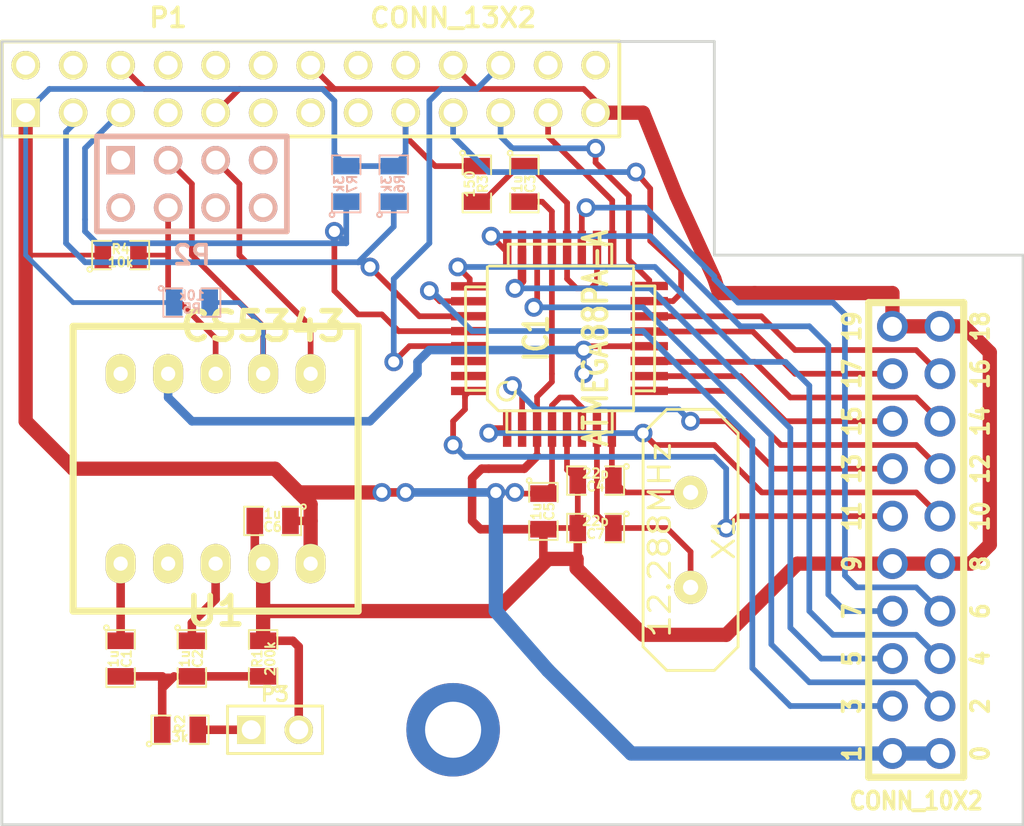
<source format=kicad_pcb>
(kicad_pcb (version 3) (host pcbnew "(2013-jul-07)-stable")

  (general
    (links 73)
    (no_connects 0)
    (area 21.234399 15.6464 76.275001 59.765001)
    (thickness 1.6)
    (drawings 6)
    (tracks 351)
    (zones 0)
    (modules 21)
    (nets 34)
  )

  (page A4)
  (layers
    (15 F.Cu signal)
    (0 B.Cu signal)
    (16 B.Adhes user)
    (17 F.Adhes user)
    (18 B.Paste user)
    (19 F.Paste user)
    (20 B.SilkS user)
    (21 F.SilkS user)
    (22 B.Mask user)
    (23 F.Mask user)
    (24 Dwgs.User user)
    (25 Cmts.User user)
    (26 Eco1.User user)
    (27 Eco2.User user)
    (28 Edge.Cuts user)
  )

  (setup
    (last_trace_width 0.254)
    (user_trace_width 0.3048)
    (user_trace_width 0.4572)
    (user_trace_width 0.762)
    (trace_clearance 0.254)
    (zone_clearance 0.508)
    (zone_45_only no)
    (trace_min 0.254)
    (segment_width 0.2)
    (edge_width 0.15)
    (via_size 0.889)
    (via_drill 0.635)
    (via_min_size 0.889)
    (via_min_drill 0.508)
    (user_via 1 0.6)
    (user_via 5 3)
    (uvia_size 0.508)
    (uvia_drill 0.127)
    (uvias_allowed no)
    (uvia_min_size 0.508)
    (uvia_min_drill 0.127)
    (pcb_text_width 0.3)
    (pcb_text_size 1 1)
    (mod_edge_width 0.15)
    (mod_text_size 1 1)
    (mod_text_width 0.15)
    (pad_size 1 1)
    (pad_drill 0.6)
    (pad_to_mask_clearance 0)
    (aux_axis_origin 0 0)
    (visible_elements 7FFFFFFF)
    (pcbplotparams
      (layerselection 3178497)
      (usegerberextensions false)
      (excludeedgelayer true)
      (linewidth 0.150000)
      (plotframeref false)
      (viasonmask false)
      (mode 1)
      (useauxorigin false)
      (hpglpennumber 1)
      (hpglpenspeed 20)
      (hpglpendiameter 15)
      (hpglpenoverlay 2)
      (psnegative false)
      (psa4output true)
      (plotreference true)
      (plotvalue true)
      (plotothertext true)
      (plotinvisibletext false)
      (padsonsilk false)
      (subtractmaskfromsilk false)
      (outputformat 2)
      (mirror false)
      (drillshape 0)
      (scaleselection 1)
      (outputdirectory /tmp))
  )

  (net 0 "")
  (net 1 /CS5343_MCLK)
  (net 2 /POT_1)
  (net 3 /POT_2)
  (net 4 /POT_3)
  (net 5 /POT_4)
  (net 6 /POT_5)
  (net 7 /POT_6)
  (net 8 /RPI_PCM_CLK)
  (net 9 /RPI_PCM_DIN)
  (net 10 /RPI_PCM_FS)
  (net 11 /RPI_SCL)
  (net 12 /RPI_SDA)
  (net 13 /RPI_uC_MISO)
  (net 14 /RPI_uC_MOSI)
  (net 15 /RPI_uC_RESET)
  (net 16 /RPI_uC_SCK)
  (net 17 /SW1)
  (net 18 /SW2)
  (net 19 /SW3)
  (net 20 /SW4)
  (net 21 /SW5)
  (net 22 /SW6)
  (net 23 /SW7)
  (net 24 /SW8)
  (net 25 /V3,3)
  (net 26 GND)
  (net 27 N-000001)
  (net 28 N-000002)
  (net 29 N-0000026)
  (net 30 N-0000028)
  (net 31 N-000003)
  (net 32 N-000004)
  (net 33 N-000005)

  (net_class Default "This is the default net class."
    (clearance 0.254)
    (trace_width 0.254)
    (via_dia 0.889)
    (via_drill 0.635)
    (uvia_dia 0.508)
    (uvia_drill 0.127)
    (add_net "")
    (add_net /CS5343_MCLK)
    (add_net /POT_1)
    (add_net /POT_2)
    (add_net /POT_3)
    (add_net /POT_4)
    (add_net /POT_5)
    (add_net /POT_6)
    (add_net /RPI_PCM_CLK)
    (add_net /RPI_PCM_DIN)
    (add_net /RPI_PCM_FS)
    (add_net /RPI_SCL)
    (add_net /RPI_SDA)
    (add_net /RPI_uC_MISO)
    (add_net /RPI_uC_MOSI)
    (add_net /RPI_uC_RESET)
    (add_net /RPI_uC_SCK)
    (add_net /SW1)
    (add_net /SW2)
    (add_net /SW3)
    (add_net /SW4)
    (add_net /SW5)
    (add_net /SW6)
    (add_net /SW7)
    (add_net /SW8)
    (add_net /V3,3)
    (add_net GND)
    (add_net N-000001)
    (add_net N-000002)
    (add_net N-0000026)
    (add_net N-0000028)
    (add_net N-000003)
    (add_net N-000004)
    (add_net N-000005)
  )

  (module TQFP32 (layer F.Cu) (tedit 43A670DA) (tstamp 527431B2)
    (at 51.435 33.655 90)
    (path /526F7ECE)
    (fp_text reference IC1 (at 0 -1.27 90) (layer F.SilkS)
      (effects (font (size 1.27 1.016) (thickness 0.2032)))
    )
    (fp_text value ATMEGA88PA-A (at 0 1.905 90) (layer F.SilkS)
      (effects (font (size 1.27 1.016) (thickness 0.2032)))
    )
    (fp_line (start 5.0292 2.7686) (end 3.8862 2.7686) (layer F.SilkS) (width 0.1524))
    (fp_line (start 5.0292 -2.7686) (end 3.9116 -2.7686) (layer F.SilkS) (width 0.1524))
    (fp_line (start 5.0292 2.7686) (end 5.0292 -2.7686) (layer F.SilkS) (width 0.1524))
    (fp_line (start 2.794 3.9624) (end 2.794 5.0546) (layer F.SilkS) (width 0.1524))
    (fp_line (start -2.8194 3.9878) (end -2.8194 5.0546) (layer F.SilkS) (width 0.1524))
    (fp_line (start -2.8448 5.0546) (end 2.794 5.08) (layer F.SilkS) (width 0.1524))
    (fp_line (start -2.794 -5.0292) (end 2.7178 -5.0546) (layer F.SilkS) (width 0.1524))
    (fp_line (start -3.8862 -3.2766) (end -3.8862 3.9116) (layer F.SilkS) (width 0.1524))
    (fp_line (start 2.7432 -5.0292) (end 2.7432 -3.9878) (layer F.SilkS) (width 0.1524))
    (fp_line (start -3.2512 -3.8862) (end 3.81 -3.8862) (layer F.SilkS) (width 0.1524))
    (fp_line (start 3.8608 3.937) (end 3.8608 -3.7846) (layer F.SilkS) (width 0.1524))
    (fp_line (start -3.8862 3.937) (end 3.7338 3.937) (layer F.SilkS) (width 0.1524))
    (fp_line (start -5.0292 -2.8448) (end -5.0292 2.794) (layer F.SilkS) (width 0.1524))
    (fp_line (start -5.0292 2.794) (end -3.8862 2.794) (layer F.SilkS) (width 0.1524))
    (fp_line (start -3.87604 -3.302) (end -3.29184 -3.8862) (layer F.SilkS) (width 0.1524))
    (fp_line (start -5.02412 -2.8448) (end -3.87604 -2.8448) (layer F.SilkS) (width 0.1524))
    (fp_line (start -2.794 -3.8862) (end -2.794 -5.03428) (layer F.SilkS) (width 0.1524))
    (fp_circle (center -2.83972 -2.86004) (end -2.43332 -2.60604) (layer F.SilkS) (width 0.1524))
    (pad 8 smd rect (at -4.81584 2.77622 90) (size 1.99898 0.44958)
      (layers F.Cu F.Paste F.Mask)
      (net 30 N-0000028)
    )
    (pad 7 smd rect (at -4.81584 1.97612 90) (size 1.99898 0.44958)
      (layers F.Cu F.Paste F.Mask)
      (net 32 N-000004)
    )
    (pad 6 smd rect (at -4.81584 1.17602 90) (size 1.99898 0.44958)
      (layers F.Cu F.Paste F.Mask)
      (net 25 /V3,3)
    )
    (pad 5 smd rect (at -4.81584 0.37592 90) (size 1.99898 0.44958)
      (layers F.Cu F.Paste F.Mask)
      (net 26 GND)
    )
    (pad 4 smd rect (at -4.81584 -0.42418 90) (size 1.99898 0.44958)
      (layers F.Cu F.Paste F.Mask)
      (net 25 /V3,3)
    )
    (pad 3 smd rect (at -4.81584 -1.22428 90) (size 1.99898 0.44958)
      (layers F.Cu F.Paste F.Mask)
      (net 26 GND)
    )
    (pad 2 smd rect (at -4.81584 -2.02438 90) (size 1.99898 0.44958)
      (layers F.Cu F.Paste F.Mask)
      (net 20 /SW4)
    )
    (pad 1 smd rect (at -4.81584 -2.82448 90) (size 1.99898 0.44958)
      (layers F.Cu F.Paste F.Mask)
      (net 17 /SW1)
    )
    (pad 24 smd rect (at 4.7498 -2.8194 90) (size 1.99898 0.44958)
      (layers F.Cu F.Paste F.Mask)
      (net 7 /POT_6)
    )
    (pad 17 smd rect (at 4.7498 2.794 90) (size 1.99898 0.44958)
      (layers F.Cu F.Paste F.Mask)
      (net 16 /RPI_uC_SCK)
    )
    (pad 18 smd rect (at 4.7498 1.9812 90) (size 1.99898 0.44958)
      (layers F.Cu F.Paste F.Mask)
      (net 29 N-0000026)
    )
    (pad 19 smd rect (at 4.7498 1.1684 90) (size 1.99898 0.44958)
      (layers F.Cu F.Paste F.Mask)
      (net 6 /POT_5)
    )
    (pad 20 smd rect (at 4.7498 0.381 90) (size 1.99898 0.44958)
      (layers F.Cu F.Paste F.Mask)
      (net 29 N-0000026)
    )
    (pad 21 smd rect (at 4.7498 -0.4318 90) (size 1.99898 0.44958)
      (layers F.Cu F.Paste F.Mask)
      (net 26 GND)
    )
    (pad 22 smd rect (at 4.7498 -1.2192 90) (size 1.99898 0.44958)
      (layers F.Cu F.Paste F.Mask)
      (net 2 /POT_1)
    )
    (pad 23 smd rect (at 4.7498 -2.032 90) (size 1.99898 0.44958)
      (layers F.Cu F.Paste F.Mask)
      (net 5 /POT_4)
    )
    (pad 32 smd rect (at -2.82448 -4.826 90) (size 0.44958 1.99898)
      (layers F.Cu F.Paste F.Mask)
      (net 18 /SW2)
    )
    (pad 31 smd rect (at -2.02692 -4.826 90) (size 0.44958 1.99898)
      (layers F.Cu F.Paste F.Mask)
    )
    (pad 30 smd rect (at -1.22428 -4.826 90) (size 0.44958 1.99898)
      (layers F.Cu F.Paste F.Mask)
    )
    (pad 29 smd rect (at -0.42672 -4.826 90) (size 0.44958 1.99898)
      (layers F.Cu F.Paste F.Mask)
      (net 15 /RPI_uC_RESET)
    )
    (pad 28 smd rect (at 0.37592 -4.826 90) (size 0.44958 1.99898)
      (layers F.Cu F.Paste F.Mask)
      (net 11 /RPI_SCL)
    )
    (pad 27 smd rect (at 1.17348 -4.826 90) (size 0.44958 1.99898)
      (layers F.Cu F.Paste F.Mask)
      (net 12 /RPI_SDA)
    )
    (pad 26 smd rect (at 1.97612 -4.826 90) (size 0.44958 1.99898)
      (layers F.Cu F.Paste F.Mask)
      (net 3 /POT_2)
    )
    (pad 25 smd rect (at 2.77368 -4.826 90) (size 0.44958 1.99898)
      (layers F.Cu F.Paste F.Mask)
      (net 4 /POT_3)
    )
    (pad 9 smd rect (at -2.8194 4.7752 90) (size 0.44958 1.99898)
      (layers F.Cu F.Paste F.Mask)
      (net 19 /SW3)
    )
    (pad 10 smd rect (at -2.032 4.7752 90) (size 0.44958 1.99898)
      (layers F.Cu F.Paste F.Mask)
      (net 22 /SW6)
    )
    (pad 11 smd rect (at -1.2192 4.7752 90) (size 0.44958 1.99898)
      (layers F.Cu F.Paste F.Mask)
      (net 21 /SW5)
    )
    (pad 12 smd rect (at -0.4318 4.7752 90) (size 0.44958 1.99898)
      (layers F.Cu F.Paste F.Mask)
      (net 1 /CS5343_MCLK)
    )
    (pad 13 smd rect (at 0.3556 4.7752 90) (size 0.44958 1.99898)
      (layers F.Cu F.Paste F.Mask)
      (net 24 /SW8)
    )
    (pad 14 smd rect (at 1.1684 4.7752 90) (size 0.44958 1.99898)
      (layers F.Cu F.Paste F.Mask)
      (net 23 /SW7)
    )
    (pad 15 smd rect (at 1.9812 4.7752 90) (size 0.44958 1.99898)
      (layers F.Cu F.Paste F.Mask)
      (net 14 /RPI_uC_MOSI)
    )
    (pad 16 smd rect (at 2.794 4.7752 90) (size 0.44958 1.99898)
      (layers F.Cu F.Paste F.Mask)
      (net 13 /RPI_uC_MISO)
    )
    (model smd/tqfp32.wrl
      (at (xyz 0 0 0))
      (scale (xyz 1 1 1))
      (rotate (xyz 0 0 0))
    )
  )

  (module SM0805 (layer B.Cu) (tedit 5091495C) (tstamp 52742891)
    (at 42.545 25.4 90)
    (path /526F85A4)
    (attr smd)
    (fp_text reference R6 (at 0 0.3175 90) (layer B.SilkS)
      (effects (font (size 0.50038 0.50038) (thickness 0.10922)) (justify mirror))
    )
    (fp_text value 3k (at 0 -0.381 90) (layer B.SilkS)
      (effects (font (size 0.50038 0.50038) (thickness 0.10922)) (justify mirror))
    )
    (fp_circle (center -1.651 -0.762) (end -1.651 -0.635) (layer B.SilkS) (width 0.09906))
    (fp_line (start -0.508 -0.762) (end -1.524 -0.762) (layer B.SilkS) (width 0.09906))
    (fp_line (start -1.524 -0.762) (end -1.524 0.762) (layer B.SilkS) (width 0.09906))
    (fp_line (start -1.524 0.762) (end -0.508 0.762) (layer B.SilkS) (width 0.09906))
    (fp_line (start 0.508 0.762) (end 1.524 0.762) (layer B.SilkS) (width 0.09906))
    (fp_line (start 1.524 0.762) (end 1.524 -0.762) (layer B.SilkS) (width 0.09906))
    (fp_line (start 1.524 -0.762) (end 0.508 -0.762) (layer B.SilkS) (width 0.09906))
    (pad 1 smd rect (at -0.9525 0 90) (size 0.889 1.397)
      (layers B.Cu B.Paste B.Mask)
      (net 12 /RPI_SDA)
    )
    (pad 2 smd rect (at 0.9525 0 90) (size 0.889 1.397)
      (layers B.Cu B.Paste B.Mask)
      (net 25 /V3,3)
    )
    (model smd/chip_cms.wrl
      (at (xyz 0 0 0))
      (scale (xyz 0.1 0.1 0.1))
      (rotate (xyz 0 0 0))
    )
  )

  (module SM0805 (layer B.Cu) (tedit 5091495C) (tstamp 5274289E)
    (at 40.005 25.4 90)
    (path /526F85B3)
    (attr smd)
    (fp_text reference R7 (at 0 0.3175 90) (layer B.SilkS)
      (effects (font (size 0.50038 0.50038) (thickness 0.10922)) (justify mirror))
    )
    (fp_text value 3k (at 0 -0.381 90) (layer B.SilkS)
      (effects (font (size 0.50038 0.50038) (thickness 0.10922)) (justify mirror))
    )
    (fp_circle (center -1.651 -0.762) (end -1.651 -0.635) (layer B.SilkS) (width 0.09906))
    (fp_line (start -0.508 -0.762) (end -1.524 -0.762) (layer B.SilkS) (width 0.09906))
    (fp_line (start -1.524 -0.762) (end -1.524 0.762) (layer B.SilkS) (width 0.09906))
    (fp_line (start -1.524 0.762) (end -0.508 0.762) (layer B.SilkS) (width 0.09906))
    (fp_line (start 0.508 0.762) (end 1.524 0.762) (layer B.SilkS) (width 0.09906))
    (fp_line (start 1.524 0.762) (end 1.524 -0.762) (layer B.SilkS) (width 0.09906))
    (fp_line (start 1.524 -0.762) (end 0.508 -0.762) (layer B.SilkS) (width 0.09906))
    (pad 1 smd rect (at -0.9525 0 90) (size 0.889 1.397)
      (layers B.Cu B.Paste B.Mask)
      (net 11 /RPI_SCL)
    )
    (pad 2 smd rect (at 0.9525 0 90) (size 0.889 1.397)
      (layers B.Cu B.Paste B.Mask)
      (net 25 /V3,3)
    )
    (model smd/chip_cms.wrl
      (at (xyz 0 0 0))
      (scale (xyz 0.1 0.1 0.1))
      (rotate (xyz 0 0 0))
    )
  )

  (module SM0805 (layer F.Cu) (tedit 5091495C) (tstamp 527428AB)
    (at 53.34 43.815 180)
    (path /526F95EC)
    (attr smd)
    (fp_text reference C7 (at 0 -0.3175 180) (layer F.SilkS)
      (effects (font (size 0.50038 0.50038) (thickness 0.10922)))
    )
    (fp_text value 22p (at 0 0.381 180) (layer F.SilkS)
      (effects (font (size 0.50038 0.50038) (thickness 0.10922)))
    )
    (fp_circle (center -1.651 0.762) (end -1.651 0.635) (layer F.SilkS) (width 0.09906))
    (fp_line (start -0.508 0.762) (end -1.524 0.762) (layer F.SilkS) (width 0.09906))
    (fp_line (start -1.524 0.762) (end -1.524 -0.762) (layer F.SilkS) (width 0.09906))
    (fp_line (start -1.524 -0.762) (end -0.508 -0.762) (layer F.SilkS) (width 0.09906))
    (fp_line (start 0.508 -0.762) (end 1.524 -0.762) (layer F.SilkS) (width 0.09906))
    (fp_line (start 1.524 -0.762) (end 1.524 0.762) (layer F.SilkS) (width 0.09906))
    (fp_line (start 1.524 0.762) (end 0.508 0.762) (layer F.SilkS) (width 0.09906))
    (pad 1 smd rect (at -0.9525 0 180) (size 0.889 1.397)
      (layers F.Cu F.Paste F.Mask)
      (net 32 N-000004)
    )
    (pad 2 smd rect (at 0.9525 0 180) (size 0.889 1.397)
      (layers F.Cu F.Paste F.Mask)
      (net 26 GND)
    )
    (model smd/chip_cms.wrl
      (at (xyz 0 0 0))
      (scale (xyz 0.1 0.1 0.1))
      (rotate (xyz 0 0 0))
    )
  )

  (module SM0805 (layer F.Cu) (tedit 5091495C) (tstamp 527428B8)
    (at 53.34 41.275 180)
    (path /526F9605)
    (attr smd)
    (fp_text reference C4 (at 0 -0.3175 180) (layer F.SilkS)
      (effects (font (size 0.50038 0.50038) (thickness 0.10922)))
    )
    (fp_text value 22p (at 0 0.381 180) (layer F.SilkS)
      (effects (font (size 0.50038 0.50038) (thickness 0.10922)))
    )
    (fp_circle (center -1.651 0.762) (end -1.651 0.635) (layer F.SilkS) (width 0.09906))
    (fp_line (start -0.508 0.762) (end -1.524 0.762) (layer F.SilkS) (width 0.09906))
    (fp_line (start -1.524 0.762) (end -1.524 -0.762) (layer F.SilkS) (width 0.09906))
    (fp_line (start -1.524 -0.762) (end -0.508 -0.762) (layer F.SilkS) (width 0.09906))
    (fp_line (start 0.508 -0.762) (end 1.524 -0.762) (layer F.SilkS) (width 0.09906))
    (fp_line (start 1.524 -0.762) (end 1.524 0.762) (layer F.SilkS) (width 0.09906))
    (fp_line (start 1.524 0.762) (end 0.508 0.762) (layer F.SilkS) (width 0.09906))
    (pad 1 smd rect (at -0.9525 0 180) (size 0.889 1.397)
      (layers F.Cu F.Paste F.Mask)
      (net 30 N-0000028)
    )
    (pad 2 smd rect (at 0.9525 0 180) (size 0.889 1.397)
      (layers F.Cu F.Paste F.Mask)
      (net 26 GND)
    )
    (model smd/chip_cms.wrl
      (at (xyz 0 0 0))
      (scale (xyz 0.1 0.1 0.1))
      (rotate (xyz 0 0 0))
    )
  )

  (module SM0805 (layer F.Cu) (tedit 5091495C) (tstamp 527428C5)
    (at 46.99 25.4 270)
    (path /526FA186)
    (attr smd)
    (fp_text reference R3 (at 0 -0.3175 270) (layer F.SilkS)
      (effects (font (size 0.50038 0.50038) (thickness 0.10922)))
    )
    (fp_text value 150 (at 0 0.381 270) (layer F.SilkS)
      (effects (font (size 0.50038 0.50038) (thickness 0.10922)))
    )
    (fp_circle (center -1.651 0.762) (end -1.651 0.635) (layer F.SilkS) (width 0.09906))
    (fp_line (start -0.508 0.762) (end -1.524 0.762) (layer F.SilkS) (width 0.09906))
    (fp_line (start -1.524 0.762) (end -1.524 -0.762) (layer F.SilkS) (width 0.09906))
    (fp_line (start -1.524 -0.762) (end -0.508 -0.762) (layer F.SilkS) (width 0.09906))
    (fp_line (start 0.508 -0.762) (end 1.524 -0.762) (layer F.SilkS) (width 0.09906))
    (fp_line (start 1.524 -0.762) (end 1.524 0.762) (layer F.SilkS) (width 0.09906))
    (fp_line (start 1.524 0.762) (end 0.508 0.762) (layer F.SilkS) (width 0.09906))
    (pad 1 smd rect (at -0.9525 0 270) (size 0.889 1.397)
      (layers F.Cu F.Paste F.Mask)
      (net 25 /V3,3)
    )
    (pad 2 smd rect (at 0.9525 0 270) (size 0.889 1.397)
      (layers F.Cu F.Paste F.Mask)
      (net 29 N-0000026)
    )
    (model smd/chip_cms.wrl
      (at (xyz 0 0 0))
      (scale (xyz 0.1 0.1 0.1))
      (rotate (xyz 0 0 0))
    )
  )

  (module SM0805 (layer F.Cu) (tedit 5091495C) (tstamp 527627B1)
    (at 49.53 25.4 270)
    (path /526FA23D)
    (attr smd)
    (fp_text reference C3 (at 0 -0.3175 270) (layer F.SilkS)
      (effects (font (size 0.50038 0.50038) (thickness 0.10922)))
    )
    (fp_text value 1u (at 0 0.381 270) (layer F.SilkS)
      (effects (font (size 0.50038 0.50038) (thickness 0.10922)))
    )
    (fp_circle (center -1.651 0.762) (end -1.651 0.635) (layer F.SilkS) (width 0.09906))
    (fp_line (start -0.508 0.762) (end -1.524 0.762) (layer F.SilkS) (width 0.09906))
    (fp_line (start -1.524 0.762) (end -1.524 -0.762) (layer F.SilkS) (width 0.09906))
    (fp_line (start -1.524 -0.762) (end -0.508 -0.762) (layer F.SilkS) (width 0.09906))
    (fp_line (start 0.508 -0.762) (end 1.524 -0.762) (layer F.SilkS) (width 0.09906))
    (fp_line (start 1.524 -0.762) (end 1.524 0.762) (layer F.SilkS) (width 0.09906))
    (fp_line (start 1.524 0.762) (end 0.508 0.762) (layer F.SilkS) (width 0.09906))
    (pad 1 smd rect (at -0.9525 0 270) (size 0.889 1.397)
      (layers F.Cu F.Paste F.Mask)
      (net 29 N-0000026)
    )
    (pad 2 smd rect (at 0.9525 0 270) (size 0.889 1.397)
      (layers F.Cu F.Paste F.Mask)
      (net 26 GND)
    )
    (model smd/chip_cms.wrl
      (at (xyz 0 0 0))
      (scale (xyz 0.1 0.1 0.1))
      (rotate (xyz 0 0 0))
    )
  )

  (module SM0805 (layer F.Cu) (tedit 5091495C) (tstamp 527428DF)
    (at 27.94 50.8 270)
    (path /52742329)
    (attr smd)
    (fp_text reference C1 (at 0 -0.3175 270) (layer F.SilkS)
      (effects (font (size 0.50038 0.50038) (thickness 0.10922)))
    )
    (fp_text value 1u (at 0 0.381 270) (layer F.SilkS)
      (effects (font (size 0.50038 0.50038) (thickness 0.10922)))
    )
    (fp_circle (center -1.651 0.762) (end -1.651 0.635) (layer F.SilkS) (width 0.09906))
    (fp_line (start -0.508 0.762) (end -1.524 0.762) (layer F.SilkS) (width 0.09906))
    (fp_line (start -1.524 0.762) (end -1.524 -0.762) (layer F.SilkS) (width 0.09906))
    (fp_line (start -1.524 -0.762) (end -0.508 -0.762) (layer F.SilkS) (width 0.09906))
    (fp_line (start 0.508 -0.762) (end 1.524 -0.762) (layer F.SilkS) (width 0.09906))
    (fp_line (start 1.524 -0.762) (end 1.524 0.762) (layer F.SilkS) (width 0.09906))
    (fp_line (start 1.524 0.762) (end 0.508 0.762) (layer F.SilkS) (width 0.09906))
    (pad 1 smd rect (at -0.9525 0 270) (size 0.889 1.397)
      (layers F.Cu F.Paste F.Mask)
      (net 31 N-000003)
    )
    (pad 2 smd rect (at 0.9525 0 270) (size 0.889 1.397)
      (layers F.Cu F.Paste F.Mask)
      (net 28 N-000002)
    )
    (model smd/chip_cms.wrl
      (at (xyz 0 0 0))
      (scale (xyz 0.1 0.1 0.1))
      (rotate (xyz 0 0 0))
    )
  )

  (module SM0805 (layer F.Cu) (tedit 5091495C) (tstamp 527428EC)
    (at 31.75 50.8 270)
    (path /52742338)
    (attr smd)
    (fp_text reference C2 (at 0 -0.3175 270) (layer F.SilkS)
      (effects (font (size 0.50038 0.50038) (thickness 0.10922)))
    )
    (fp_text value 1u (at 0 0.381 270) (layer F.SilkS)
      (effects (font (size 0.50038 0.50038) (thickness 0.10922)))
    )
    (fp_circle (center -1.651 0.762) (end -1.651 0.635) (layer F.SilkS) (width 0.09906))
    (fp_line (start -0.508 0.762) (end -1.524 0.762) (layer F.SilkS) (width 0.09906))
    (fp_line (start -1.524 0.762) (end -1.524 -0.762) (layer F.SilkS) (width 0.09906))
    (fp_line (start -1.524 -0.762) (end -0.508 -0.762) (layer F.SilkS) (width 0.09906))
    (fp_line (start 0.508 -0.762) (end 1.524 -0.762) (layer F.SilkS) (width 0.09906))
    (fp_line (start 1.524 -0.762) (end 1.524 0.762) (layer F.SilkS) (width 0.09906))
    (fp_line (start 1.524 0.762) (end 0.508 0.762) (layer F.SilkS) (width 0.09906))
    (pad 1 smd rect (at -0.9525 0 270) (size 0.889 1.397)
      (layers F.Cu F.Paste F.Mask)
      (net 27 N-000001)
    )
    (pad 2 smd rect (at 0.9525 0 270) (size 0.889 1.397)
      (layers F.Cu F.Paste F.Mask)
      (net 28 N-000002)
    )
    (model smd/chip_cms.wrl
      (at (xyz 0 0 0))
      (scale (xyz 0.1 0.1 0.1))
      (rotate (xyz 0 0 0))
    )
  )

  (module SM0805 (layer F.Cu) (tedit 5091495C) (tstamp 527428F9)
    (at 35.56 50.8 90)
    (path /52742527)
    (attr smd)
    (fp_text reference R1 (at 0 -0.3175 90) (layer F.SilkS)
      (effects (font (size 0.50038 0.50038) (thickness 0.10922)))
    )
    (fp_text value 200k (at 0 0.381 90) (layer F.SilkS)
      (effects (font (size 0.50038 0.50038) (thickness 0.10922)))
    )
    (fp_circle (center -1.651 0.762) (end -1.651 0.635) (layer F.SilkS) (width 0.09906))
    (fp_line (start -0.508 0.762) (end -1.524 0.762) (layer F.SilkS) (width 0.09906))
    (fp_line (start -1.524 0.762) (end -1.524 -0.762) (layer F.SilkS) (width 0.09906))
    (fp_line (start -1.524 -0.762) (end -0.508 -0.762) (layer F.SilkS) (width 0.09906))
    (fp_line (start 0.508 -0.762) (end 1.524 -0.762) (layer F.SilkS) (width 0.09906))
    (fp_line (start 1.524 -0.762) (end 1.524 0.762) (layer F.SilkS) (width 0.09906))
    (fp_line (start 1.524 0.762) (end 0.508 0.762) (layer F.SilkS) (width 0.09906))
    (pad 1 smd rect (at -0.9525 0 90) (size 0.889 1.397)
      (layers F.Cu F.Paste F.Mask)
      (net 28 N-000002)
    )
    (pad 2 smd rect (at 0.9525 0 90) (size 0.889 1.397)
      (layers F.Cu F.Paste F.Mask)
      (net 26 GND)
    )
    (model smd/chip_cms.wrl
      (at (xyz 0 0 0))
      (scale (xyz 0.1 0.1 0.1))
      (rotate (xyz 0 0 0))
    )
  )

  (module SM0805 (layer F.Cu) (tedit 5276230C) (tstamp 52742906)
    (at 31.115 54.61)
    (path /527425EC)
    (attr smd)
    (fp_text reference R2 (at 0 -0.3175 90) (layer F.SilkS)
      (effects (font (size 0.50038 0.50038) (thickness 0.10922)))
    )
    (fp_text value 3k (at 0 0.381) (layer F.SilkS)
      (effects (font (size 0.50038 0.50038) (thickness 0.10922)))
    )
    (fp_circle (center -1.651 0.762) (end -1.651 0.635) (layer F.SilkS) (width 0.09906))
    (fp_line (start -0.508 0.762) (end -1.524 0.762) (layer F.SilkS) (width 0.09906))
    (fp_line (start -1.524 0.762) (end -1.524 -0.762) (layer F.SilkS) (width 0.09906))
    (fp_line (start -1.524 -0.762) (end -0.508 -0.762) (layer F.SilkS) (width 0.09906))
    (fp_line (start 0.508 -0.762) (end 1.524 -0.762) (layer F.SilkS) (width 0.09906))
    (fp_line (start 1.524 -0.762) (end 1.524 0.762) (layer F.SilkS) (width 0.09906))
    (fp_line (start 1.524 0.762) (end 0.508 0.762) (layer F.SilkS) (width 0.09906))
    (pad 1 smd rect (at -0.9525 0) (size 0.889 1.397)
      (layers F.Cu F.Paste F.Mask)
      (net 28 N-000002)
    )
    (pad 2 smd rect (at 0.9525 0) (size 0.889 1.397)
      (layers F.Cu F.Paste F.Mask)
      (net 33 N-000005)
    )
    (model smd/chip_cms.wrl
      (at (xyz 0 0 0))
      (scale (xyz 0.1 0.1 0.1))
      (rotate (xyz 0 0 0))
    )
  )

  (module pin_array_4x2 (layer B.Cu) (tedit 3FAB90E6) (tstamp 52742916)
    (at 31.75 25.4)
    (descr "Double rangee de contacts 2 x 4 pins")
    (tags CONN)
    (path /526FB320)
    (fp_text reference P2 (at 0 3.81) (layer B.SilkS)
      (effects (font (size 1.016 1.016) (thickness 0.2032)) (justify mirror))
    )
    (fp_text value CONN_4X2 (at 0 -3.81) (layer B.SilkS) hide
      (effects (font (size 1.016 1.016) (thickness 0.2032)) (justify mirror))
    )
    (fp_line (start -5.08 2.54) (end 5.08 2.54) (layer B.SilkS) (width 0.3048))
    (fp_line (start 5.08 2.54) (end 5.08 -2.54) (layer B.SilkS) (width 0.3048))
    (fp_line (start 5.08 -2.54) (end -5.08 -2.54) (layer B.SilkS) (width 0.3048))
    (fp_line (start -5.08 -2.54) (end -5.08 2.54) (layer B.SilkS) (width 0.3048))
    (pad 1 thru_hole rect (at -3.81 -1.27) (size 1.524 1.524) (drill 1.016)
      (layers *.Cu *.Mask B.SilkS)
    )
    (pad 2 thru_hole circle (at -3.81 1.27) (size 1.524 1.524) (drill 1.016)
      (layers *.Cu *.Mask B.SilkS)
    )
    (pad 3 thru_hole circle (at -1.27 -1.27) (size 1.524 1.524) (drill 1.016)
      (layers *.Cu *.Mask B.SilkS)
      (net 8 /RPI_PCM_CLK)
    )
    (pad 4 thru_hole circle (at -1.27 1.27) (size 1.524 1.524) (drill 1.016)
      (layers *.Cu *.Mask B.SilkS)
      (net 10 /RPI_PCM_FS)
    )
    (pad 5 thru_hole circle (at 1.27 -1.27) (size 1.524 1.524) (drill 1.016)
      (layers *.Cu *.Mask B.SilkS)
      (net 9 /RPI_PCM_DIN)
    )
    (pad 6 thru_hole circle (at 1.27 1.27) (size 1.524 1.524) (drill 1.016)
      (layers *.Cu *.Mask B.SilkS)
    )
    (pad 7 thru_hole circle (at 3.81 -1.27) (size 1.524 1.524) (drill 1.016)
      (layers *.Cu *.Mask B.SilkS)
    )
    (pad 8 thru_hole circle (at 3.81 1.27) (size 1.524 1.524) (drill 1.016)
      (layers *.Cu *.Mask B.SilkS)
    )
    (model pin_array/pins_array_4x2.wrl
      (at (xyz 0 0 0))
      (scale (xyz 1 1 1))
      (rotate (xyz 0 0 0))
    )
  )

  (module PIN_ARRAY_2X1 (layer F.Cu) (tedit 4565C520) (tstamp 52742920)
    (at 36.195 54.61)
    (descr "Connecteurs 2 pins")
    (tags "CONN DEV")
    (path /5274265D)
    (fp_text reference P3 (at 0 -1.905) (layer F.SilkS)
      (effects (font (size 0.762 0.762) (thickness 0.1524)))
    )
    (fp_text value CONN_2 (at 0 -1.905) (layer F.SilkS) hide
      (effects (font (size 0.762 0.762) (thickness 0.1524)))
    )
    (fp_line (start -2.54 1.27) (end -2.54 -1.27) (layer F.SilkS) (width 0.1524))
    (fp_line (start -2.54 -1.27) (end 2.54 -1.27) (layer F.SilkS) (width 0.1524))
    (fp_line (start 2.54 -1.27) (end 2.54 1.27) (layer F.SilkS) (width 0.1524))
    (fp_line (start 2.54 1.27) (end -2.54 1.27) (layer F.SilkS) (width 0.1524))
    (pad 1 thru_hole rect (at -1.27 0) (size 1.524 1.524) (drill 1.016)
      (layers *.Cu *.Mask F.SilkS)
      (net 33 N-000005)
    )
    (pad 2 thru_hole circle (at 1.27 0) (size 1.524 1.524) (drill 1.016)
      (layers *.Cu *.Mask F.SilkS)
      (net 26 GND)
    )
    (model pin_array/pins_array_2x1.wrl
      (at (xyz 0 0 0))
      (scale (xyz 1 1 1))
      (rotate (xyz 0 0 0))
    )
  )

  (module pin_array_13x2 (layer F.Cu) (tedit 5031D825) (tstamp 52742942)
    (at 38.1 20.32)
    (descr "2 x 13 pins connector")
    (tags CONN)
    (path /526FB2FC)
    (fp_text reference P1 (at -7.62 -3.81) (layer F.SilkS)
      (effects (font (size 1.016 1.016) (thickness 0.2032)))
    )
    (fp_text value CONN_13X2 (at 7.62 -3.81) (layer F.SilkS)
      (effects (font (size 1.016 1.016) (thickness 0.2032)))
    )
    (fp_line (start -16.51 2.54) (end 16.51 2.54) (layer F.SilkS) (width 0.2032))
    (fp_line (start 16.51 -2.54) (end -16.51 -2.54) (layer F.SilkS) (width 0.2032))
    (fp_line (start -16.51 -2.54) (end -16.51 2.54) (layer F.SilkS) (width 0.2032))
    (fp_line (start 16.51 2.54) (end 16.51 -2.54) (layer F.SilkS) (width 0.2032))
    (pad 1 thru_hole rect (at -15.24 1.27) (size 1.524 1.524) (drill 1.016)
      (layers *.Cu *.Mask F.SilkS)
      (net 25 /V3,3)
    )
    (pad 2 thru_hole circle (at -15.24 -1.27) (size 1.524 1.524) (drill 1.016)
      (layers *.Cu *.Mask F.SilkS)
    )
    (pad 3 thru_hole circle (at -12.7 1.27) (size 1.524 1.524) (drill 1.016)
      (layers *.Cu *.Mask F.SilkS)
      (net 12 /RPI_SDA)
    )
    (pad 4 thru_hole circle (at -12.7 -1.27) (size 1.524 1.524) (drill 1.016)
      (layers *.Cu *.Mask F.SilkS)
    )
    (pad 5 thru_hole circle (at -10.16 1.27) (size 1.524 1.524) (drill 1.016)
      (layers *.Cu *.Mask F.SilkS)
      (net 11 /RPI_SCL)
    )
    (pad 6 thru_hole circle (at -10.16 -1.27) (size 1.524 1.524) (drill 1.016)
      (layers *.Cu *.Mask F.SilkS)
      (net 26 GND)
    )
    (pad 7 thru_hole circle (at -7.62 1.27) (size 1.524 1.524) (drill 1.016)
      (layers *.Cu *.Mask F.SilkS)
    )
    (pad 8 thru_hole circle (at -7.62 -1.27) (size 1.524 1.524) (drill 1.016)
      (layers *.Cu *.Mask F.SilkS)
    )
    (pad 9 thru_hole circle (at -5.08 1.27) (size 1.524 1.524) (drill 1.016)
      (layers *.Cu *.Mask F.SilkS)
      (net 26 GND)
    )
    (pad 10 thru_hole circle (at -5.08 -1.27) (size 1.524 1.524) (drill 1.016)
      (layers *.Cu *.Mask F.SilkS)
    )
    (pad 11 thru_hole circle (at -2.54 1.27) (size 1.524 1.524) (drill 1.016)
      (layers *.Cu *.Mask F.SilkS)
    )
    (pad 12 thru_hole circle (at -2.54 -1.27) (size 1.524 1.524) (drill 1.016)
      (layers *.Cu *.Mask F.SilkS)
    )
    (pad 13 thru_hole circle (at 0 1.27) (size 1.524 1.524) (drill 1.016)
      (layers *.Cu *.Mask F.SilkS)
    )
    (pad 14 thru_hole circle (at 0 -1.27) (size 1.524 1.524) (drill 1.016)
      (layers *.Cu *.Mask F.SilkS)
      (net 26 GND)
    )
    (pad 15 thru_hole circle (at 2.54 1.27) (size 1.524 1.524) (drill 1.016)
      (layers *.Cu *.Mask F.SilkS)
    )
    (pad 16 thru_hole circle (at 2.54 -1.27) (size 1.524 1.524) (drill 1.016)
      (layers *.Cu *.Mask F.SilkS)
    )
    (pad 17 thru_hole circle (at 5.08 1.27) (size 1.524 1.524) (drill 1.016)
      (layers *.Cu *.Mask F.SilkS)
      (net 25 /V3,3)
    )
    (pad 18 thru_hole circle (at 5.08 -1.27) (size 1.524 1.524) (drill 1.016)
      (layers *.Cu *.Mask F.SilkS)
    )
    (pad 19 thru_hole circle (at 7.62 1.27) (size 1.524 1.524) (drill 1.016)
      (layers *.Cu *.Mask F.SilkS)
      (net 14 /RPI_uC_MOSI)
    )
    (pad 20 thru_hole circle (at 7.62 -1.27) (size 1.524 1.524) (drill 1.016)
      (layers *.Cu *.Mask F.SilkS)
      (net 26 GND)
    )
    (pad 21 thru_hole circle (at 10.16 1.27) (size 1.524 1.524) (drill 1.016)
      (layers *.Cu *.Mask F.SilkS)
      (net 13 /RPI_uC_MISO)
    )
    (pad 22 thru_hole circle (at 10.16 -1.27) (size 1.524 1.524) (drill 1.016)
      (layers *.Cu *.Mask F.SilkS)
      (net 15 /RPI_uC_RESET)
    )
    (pad 23 thru_hole circle (at 12.7 1.27) (size 1.524 1.524) (drill 1.016)
      (layers *.Cu *.Mask F.SilkS)
      (net 16 /RPI_uC_SCK)
    )
    (pad 24 thru_hole circle (at 12.7 -1.27) (size 1.524 1.524) (drill 1.016)
      (layers *.Cu *.Mask F.SilkS)
    )
    (pad 25 thru_hole circle (at 15.24 1.27) (size 1.524 1.524) (drill 1.016)
      (layers *.Cu *.Mask F.SilkS)
      (net 26 GND)
    )
    (pad 26 thru_hole circle (at 15.24 -1.27) (size 1.524 1.524) (drill 1.016)
      (layers *.Cu *.Mask F.SilkS)
    )
    (model pin_array/pins_array_13x2.wrl
      (at (xyz 0 0 0))
      (scale (xyz 1 1 1))
      (rotate (xyz 0 0 0))
    )
  )

  (module HC-18UV (layer F.Cu) (tedit 42899E71) (tstamp 527625A0)
    (at 58.42 44.45 270)
    (descr "Quartz boitier HC-18U vertical")
    (tags "QUARTZ DEV")
    (path /526F95DD)
    (autoplace_cost180 10)
    (fp_text reference X1 (at -0.127 -1.778 270) (layer F.SilkS)
      (effects (font (size 1.143 1.27) (thickness 0.1524)))
    )
    (fp_text value 12.288MHz (at 0 1.651 270) (layer F.SilkS)
      (effects (font (size 1.143 1.27) (thickness 0.1524)))
    )
    (fp_line (start -6.985 -1.27) (end -5.715 -2.54) (layer F.SilkS) (width 0.1524))
    (fp_line (start 5.715 -2.54) (end 6.985 -1.27) (layer F.SilkS) (width 0.1524))
    (fp_line (start 6.985 1.27) (end 5.715 2.54) (layer F.SilkS) (width 0.1524))
    (fp_line (start -6.985 1.27) (end -5.715 2.54) (layer F.SilkS) (width 0.1524))
    (fp_line (start -5.715 -2.54) (end 5.715 -2.54) (layer F.SilkS) (width 0.1524))
    (fp_line (start -6.985 -1.27) (end -6.985 1.27) (layer F.SilkS) (width 0.1524))
    (fp_line (start -5.715 2.54) (end 5.715 2.54) (layer F.SilkS) (width 0.1524))
    (fp_line (start 6.985 1.27) (end 6.985 -1.27) (layer F.SilkS) (width 0.1524))
    (pad 1 thru_hole circle (at -2.54 0 270) (size 1.778 1.778) (drill 0.8128)
      (layers *.Cu *.Mask F.SilkS)
      (net 30 N-0000028)
    )
    (pad 2 thru_hole circle (at 2.54 0 270) (size 1.778 1.778) (drill 0.8128)
      (layers *.Cu *.Mask F.SilkS)
      (net 32 N-000004)
    )
    (model discret/crystal_hc18u_vertical.wrl
      (at (xyz 0 0 0))
      (scale (xyz 1 1 1))
      (rotate (xyz 0 0 0))
    )
    (model discret/xtal/crystal_hc18u_vertical.wrl
      (at (xyz 0 0 0))
      (scale (xyz 1 1 1))
      (rotate (xyz 0 0 0))
    )
  )

  (module CS5343_4-DTBRD (layer F.Cu) (tedit 4D458905) (tstamp 52742E72)
    (at 33.02 40.64 180)
    (path /5271561B)
    (fp_text reference U1 (at 0 -7.62 180) (layer F.SilkS)
      (effects (font (size 1.524 1.524) (thickness 0.3048)))
    )
    (fp_text value CS5343 (at -2.54 7.62 180) (layer F.SilkS)
      (effects (font (size 1.524 1.524) (thickness 0.3048)))
    )
    (fp_line (start -7.62 -7.62) (end 7.62 -7.62) (layer F.SilkS) (width 0.381))
    (fp_line (start 7.62 -7.62) (end 7.62 7.62) (layer F.SilkS) (width 0.381))
    (fp_line (start 7.62 7.62) (end -7.62 7.62) (layer F.SilkS) (width 0.381))
    (fp_line (start -7.62 7.62) (end -7.62 -7.62) (layer F.SilkS) (width 0.381))
    (pad 1 thru_hole oval (at -5.08 5.08 180) (size 1.6002 2.1082) (drill 0.762)
      (layers *.Cu *.Mask F.SilkS)
      (net 9 /RPI_PCM_DIN)
    )
    (pad 2 thru_hole oval (at -2.54 5.08 180) (size 1.6002 2.1082) (drill 0.762)
      (layers *.Cu *.Mask F.SilkS)
      (net 8 /RPI_PCM_CLK)
    )
    (pad 3 thru_hole oval (at 0 5.08 180) (size 1.6002 2.1082) (drill 0.762)
      (layers *.Cu *.Mask F.SilkS)
      (net 10 /RPI_PCM_FS)
    )
    (pad 4 thru_hole oval (at 2.54 5.08 180) (size 1.6002 2.1082) (drill 0.762)
      (layers *.Cu *.Mask F.SilkS)
      (net 1 /CS5343_MCLK)
    )
    (pad 5 thru_hole oval (at 5.08 5.08 180) (size 1.6002 2.1082) (drill 0.762)
      (layers *.Cu *.Mask F.SilkS)
    )
    (pad 6 thru_hole oval (at 5.08 -5.08 180) (size 1.6002 2.1082) (drill 0.762)
      (layers *.Cu *.Mask F.SilkS)
      (net 31 N-000003)
    )
    (pad 7 thru_hole oval (at 2.54 -5.08 180) (size 1.6002 2.1082) (drill 0.762)
      (layers *.Cu *.Mask F.SilkS)
    )
    (pad 8 thru_hole oval (at 0 -5.08 180) (size 1.6002 2.1082) (drill 0.762)
      (layers *.Cu *.Mask F.SilkS)
      (net 27 N-000001)
    )
    (pad 9 thru_hole oval (at -2.54 -5.08 180) (size 1.6002 2.1082) (drill 0.762)
      (layers *.Cu *.Mask F.SilkS)
      (net 26 GND)
    )
    (pad 10 thru_hole oval (at -5.08 -5.08 180) (size 1.6002 2.1082) (drill 0.762)
      (layers *.Cu *.Mask F.SilkS)
      (net 25 /V3,3)
    )
  )

  (module Pin_Array_Port_10x2_Opendous (layer F.Cu) (tedit 4A525D64) (tstamp 52762795)
    (at 70.485 44.45 90)
    (path /52743F4D)
    (fp_text reference P4 (at 0 0 90) (layer F.SilkS) hide
      (effects (font (size 0.127 0.127) (thickness 0.0254)))
    )
    (fp_text value CONN_10X2 (at -13.97 0 180) (layer F.SilkS)
      (effects (font (size 0.9144 0.8128) (thickness 0.2032)))
    )
    (fp_text user 7 (at -3.81 -3.429 90) (layer F.SilkS)
      (effects (font (size 0.9144 0.8128) (thickness 0.2032)))
    )
    (fp_text user 5 (at -6.35 -3.429 90) (layer F.SilkS)
      (effects (font (size 0.9144 0.8128) (thickness 0.2032)))
    )
    (fp_text user 3 (at -8.89 -3.429 90) (layer F.SilkS)
      (effects (font (size 0.9144 0.8128) (thickness 0.2032)))
    )
    (fp_text user 1 (at -11.43 -3.429 90) (layer F.SilkS)
      (effects (font (size 0.9144 0.8128) (thickness 0.2032)))
    )
    (fp_text user 9 (at -1.27 -3.429 90) (layer F.SilkS)
      (effects (font (size 0.9144 0.8128) (thickness 0.2032)))
    )
    (fp_text user 19 (at 11.43 -3.429 90) (layer F.SilkS)
      (effects (font (size 0.9144 0.8128) (thickness 0.2032)))
    )
    (fp_text user 11 (at 1.27 -3.429 90) (layer F.SilkS)
      (effects (font (size 0.9144 0.8128) (thickness 0.2032)))
    )
    (fp_text user 13 (at 3.81 -3.429 90) (layer F.SilkS)
      (effects (font (size 0.9144 0.8128) (thickness 0.2032)))
    )
    (fp_text user 15 (at 6.35 -3.429 90) (layer F.SilkS)
      (effects (font (size 0.9144 0.8128) (thickness 0.2032)))
    )
    (fp_text user 17 (at 8.89 -3.429 90) (layer F.SilkS)
      (effects (font (size 0.9144 0.8128) (thickness 0.2032)))
    )
    (fp_line (start 12.7 -2.54) (end -12.7 -2.54) (layer F.SilkS) (width 0.381))
    (fp_line (start -12.7 -2.54) (end -12.7 2.54) (layer F.SilkS) (width 0.381))
    (fp_line (start -12.7 2.54) (end 12.7 2.54) (layer F.SilkS) (width 0.381))
    (fp_line (start 12.7 2.54) (end 12.7 -2.54) (layer F.SilkS) (width 0.381))
    (fp_text user 16 (at 8.89 3.429 90) (layer F.SilkS)
      (effects (font (size 0.9144 0.8128) (thickness 0.2032)))
    )
    (fp_text user 14 (at 6.35 3.429 90) (layer F.SilkS)
      (effects (font (size 0.9144 0.8128) (thickness 0.2032)))
    )
    (fp_text user 12 (at 3.81 3.429 90) (layer F.SilkS)
      (effects (font (size 0.9144 0.8128) (thickness 0.2032)))
    )
    (fp_text user 10 (at 1.27 3.429 90) (layer F.SilkS)
      (effects (font (size 0.9144 0.8128) (thickness 0.2032)))
    )
    (fp_text user 18 (at 11.43 3.429 90) (layer F.SilkS)
      (effects (font (size 0.9144 0.8128) (thickness 0.2032)))
    )
    (fp_text user 8 (at -1.27 3.429 90) (layer F.SilkS)
      (effects (font (size 0.9144 0.8128) (thickness 0.2032)))
    )
    (fp_text user 0 (at -11.43 3.429 90) (layer F.SilkS)
      (effects (font (size 0.9144 0.8128) (thickness 0.2032)))
    )
    (fp_text user 2 (at -8.89 3.429 90) (layer F.SilkS)
      (effects (font (size 0.9144 0.8128) (thickness 0.2032)))
    )
    (fp_text user 4 (at -6.35 3.429 90) (layer F.SilkS)
      (effects (font (size 0.9144 0.8128) (thickness 0.2032)))
    )
    (fp_text user 6 (at -3.81 3.429 90) (layer F.SilkS)
      (effects (font (size 0.9144 0.8128) (thickness 0.2032)))
    )
    (pad 11 thru_hole circle (at 1.27 1.27 90) (size 1.651 1.651) (drill 1.016)
      (layers *.Cu *.Mask)
      (net 17 /SW1)
    )
    (pad 12 thru_hole circle (at 1.27 -1.27 90) (size 1.651 1.651) (drill 1.016)
      (layers *.Cu *.Mask)
      (net 18 /SW2)
    )
    (pad 13 thru_hole circle (at 3.81 1.27 90) (size 1.651 1.651) (drill 1.016)
      (layers *.Cu *.Mask)
      (net 19 /SW3)
    )
    (pad 14 thru_hole circle (at 3.81 -1.27 90) (size 1.651 1.651) (drill 1.016)
      (layers *.Cu *.Mask)
      (net 20 /SW4)
    )
    (pad 15 thru_hole circle (at 6.35 1.27 90) (size 1.651 1.651) (drill 1.016)
      (layers *.Cu *.Mask)
      (net 21 /SW5)
    )
    (pad 16 thru_hole circle (at 6.35 -1.27 90) (size 1.651 1.651) (drill 1.016)
      (layers *.Cu *.Mask)
      (net 22 /SW6)
    )
    (pad 17 thru_hole circle (at 8.89 1.27 90) (size 1.651 1.651) (drill 1.016)
      (layers *.Cu *.Mask)
      (net 23 /SW7)
    )
    (pad 18 thru_hole circle (at 8.89 -1.27 90) (size 1.651 1.651) (drill 1.016)
      (layers *.Cu *.Mask)
      (net 24 /SW8)
    )
    (pad 19 thru_hole circle (at 11.43 1.27 90) (size 1.651 1.651) (drill 1.016)
      (layers *.Cu *.Mask)
      (net 26 GND)
    )
    (pad 20 thru_hole circle (at 11.43 -1.27 90) (size 1.651 1.651) (drill 1.016)
      (layers *.Cu *.Mask)
      (net 26 GND)
    )
    (pad 10 thru_hole circle (at -1.27 -1.27 90) (size 1.651 1.651) (drill 1.016)
      (layers *.Cu *.Mask)
      (net 26 GND)
    )
    (pad 9 thru_hole circle (at -1.27 1.27 90) (size 1.651 1.651) (drill 1.016)
      (layers *.Cu *.Mask)
      (net 26 GND)
    )
    (pad 8 thru_hole circle (at -3.81 -1.27 90) (size 1.651 1.651) (drill 1.016)
      (layers *.Cu *.Mask)
      (net 7 /POT_6)
    )
    (pad 7 thru_hole circle (at -3.81 1.27 90) (size 1.651 1.651) (drill 1.016)
      (layers *.Cu *.Mask)
      (net 6 /POT_5)
    )
    (pad 6 thru_hole circle (at -6.35 -1.27 90) (size 1.651 1.651) (drill 1.016)
      (layers *.Cu *.Mask)
      (net 5 /POT_4)
    )
    (pad 5 thru_hole circle (at -6.35 1.27 90) (size 1.651 1.651) (drill 1.016)
      (layers *.Cu *.Mask)
      (net 4 /POT_3)
    )
    (pad 4 thru_hole circle (at -8.89 -1.27 90) (size 1.651 1.651) (drill 1.016)
      (layers *.Cu *.Mask)
      (net 3 /POT_2)
    )
    (pad 3 thru_hole circle (at -8.89 1.27 90) (size 1.651 1.651) (drill 1.016)
      (layers *.Cu *.Mask)
      (net 2 /POT_1)
    )
    (pad 2 thru_hole circle (at -11.43 -1.27 90) (size 1.651 1.651) (drill 1.016)
      (layers *.Cu *.Mask)
      (net 25 /V3,3)
    )
    (pad 1 thru_hole circle (at -11.43 1.27 90) (size 1.651 1.651) (drill 1.016)
      (layers *.Cu *.Mask)
      (net 25 /V3,3)
    )
  )

  (module SM0805 (layer F.Cu) (tedit 5091495C) (tstamp 527628C5)
    (at 50.546 42.926 270)
    (path /52762903)
    (attr smd)
    (fp_text reference C5 (at 0 -0.3175 270) (layer F.SilkS)
      (effects (font (size 0.50038 0.50038) (thickness 0.10922)))
    )
    (fp_text value 1u (at 0 0.381 270) (layer F.SilkS)
      (effects (font (size 0.50038 0.50038) (thickness 0.10922)))
    )
    (fp_circle (center -1.651 0.762) (end -1.651 0.635) (layer F.SilkS) (width 0.09906))
    (fp_line (start -0.508 0.762) (end -1.524 0.762) (layer F.SilkS) (width 0.09906))
    (fp_line (start -1.524 0.762) (end -1.524 -0.762) (layer F.SilkS) (width 0.09906))
    (fp_line (start -1.524 -0.762) (end -0.508 -0.762) (layer F.SilkS) (width 0.09906))
    (fp_line (start 0.508 -0.762) (end 1.524 -0.762) (layer F.SilkS) (width 0.09906))
    (fp_line (start 1.524 -0.762) (end 1.524 0.762) (layer F.SilkS) (width 0.09906))
    (fp_line (start 1.524 0.762) (end 0.508 0.762) (layer F.SilkS) (width 0.09906))
    (pad 1 smd rect (at -0.9525 0 270) (size 0.889 1.397)
      (layers F.Cu F.Paste F.Mask)
      (net 25 /V3,3)
    )
    (pad 2 smd rect (at 0.9525 0 270) (size 0.889 1.397)
      (layers F.Cu F.Paste F.Mask)
      (net 26 GND)
    )
    (model smd/chip_cms.wrl
      (at (xyz 0 0 0))
      (scale (xyz 0.1 0.1 0.1))
      (rotate (xyz 0 0 0))
    )
  )

  (module SM0805 (layer F.Cu) (tedit 5091495C) (tstamp 527663DC)
    (at 36.068 43.434 180)
    (path /52766461)
    (attr smd)
    (fp_text reference C6 (at 0 -0.3175 180) (layer F.SilkS)
      (effects (font (size 0.50038 0.50038) (thickness 0.10922)))
    )
    (fp_text value 1u (at 0 0.381 180) (layer F.SilkS)
      (effects (font (size 0.50038 0.50038) (thickness 0.10922)))
    )
    (fp_circle (center -1.651 0.762) (end -1.651 0.635) (layer F.SilkS) (width 0.09906))
    (fp_line (start -0.508 0.762) (end -1.524 0.762) (layer F.SilkS) (width 0.09906))
    (fp_line (start -1.524 0.762) (end -1.524 -0.762) (layer F.SilkS) (width 0.09906))
    (fp_line (start -1.524 -0.762) (end -0.508 -0.762) (layer F.SilkS) (width 0.09906))
    (fp_line (start 0.508 -0.762) (end 1.524 -0.762) (layer F.SilkS) (width 0.09906))
    (fp_line (start 1.524 -0.762) (end 1.524 0.762) (layer F.SilkS) (width 0.09906))
    (fp_line (start 1.524 0.762) (end 0.508 0.762) (layer F.SilkS) (width 0.09906))
    (pad 1 smd rect (at -0.9525 0 180) (size 0.889 1.397)
      (layers F.Cu F.Paste F.Mask)
      (net 25 /V3,3)
    )
    (pad 2 smd rect (at 0.9525 0 180) (size 0.889 1.397)
      (layers F.Cu F.Paste F.Mask)
      (net 26 GND)
    )
    (model smd/chip_cms.wrl
      (at (xyz 0 0 0))
      (scale (xyz 0.1 0.1 0.1))
      (rotate (xyz 0 0 0))
    )
  )

  (module SM0805 (layer F.Cu) (tedit 5091495C) (tstamp 52767562)
    (at 27.94 29.21)
    (path /527674F2)
    (attr smd)
    (fp_text reference R4 (at 0 -0.3175) (layer F.SilkS)
      (effects (font (size 0.50038 0.50038) (thickness 0.10922)))
    )
    (fp_text value 10k (at 0 0.381) (layer F.SilkS)
      (effects (font (size 0.50038 0.50038) (thickness 0.10922)))
    )
    (fp_circle (center -1.651 0.762) (end -1.651 0.635) (layer F.SilkS) (width 0.09906))
    (fp_line (start -0.508 0.762) (end -1.524 0.762) (layer F.SilkS) (width 0.09906))
    (fp_line (start -1.524 0.762) (end -1.524 -0.762) (layer F.SilkS) (width 0.09906))
    (fp_line (start -1.524 -0.762) (end -0.508 -0.762) (layer F.SilkS) (width 0.09906))
    (fp_line (start 0.508 -0.762) (end 1.524 -0.762) (layer F.SilkS) (width 0.09906))
    (fp_line (start 1.524 -0.762) (end 1.524 0.762) (layer F.SilkS) (width 0.09906))
    (fp_line (start 1.524 0.762) (end 0.508 0.762) (layer F.SilkS) (width 0.09906))
    (pad 1 smd rect (at -0.9525 0) (size 0.889 1.397)
      (layers F.Cu F.Paste F.Mask)
      (net 25 /V3,3)
    )
    (pad 2 smd rect (at 0.9525 0) (size 0.889 1.397)
      (layers F.Cu F.Paste F.Mask)
      (net 10 /RPI_PCM_FS)
    )
    (model smd/chip_cms.wrl
      (at (xyz 0 0 0))
      (scale (xyz 0.1 0.1 0.1))
      (rotate (xyz 0 0 0))
    )
  )

  (module SM0805 (layer B.Cu) (tedit 5091495C) (tstamp 5276756F)
    (at 31.75 31.75)
    (path /527674FF)
    (attr smd)
    (fp_text reference R5 (at 0 0.3175) (layer B.SilkS)
      (effects (font (size 0.50038 0.50038) (thickness 0.10922)) (justify mirror))
    )
    (fp_text value 10k (at 0 -0.381) (layer B.SilkS)
      (effects (font (size 0.50038 0.50038) (thickness 0.10922)) (justify mirror))
    )
    (fp_circle (center -1.651 -0.762) (end -1.651 -0.635) (layer B.SilkS) (width 0.09906))
    (fp_line (start -0.508 -0.762) (end -1.524 -0.762) (layer B.SilkS) (width 0.09906))
    (fp_line (start -1.524 -0.762) (end -1.524 0.762) (layer B.SilkS) (width 0.09906))
    (fp_line (start -1.524 0.762) (end -0.508 0.762) (layer B.SilkS) (width 0.09906))
    (fp_line (start 0.508 0.762) (end 1.524 0.762) (layer B.SilkS) (width 0.09906))
    (fp_line (start 1.524 0.762) (end 1.524 -0.762) (layer B.SilkS) (width 0.09906))
    (fp_line (start 1.524 -0.762) (end 0.508 -0.762) (layer B.SilkS) (width 0.09906))
    (pad 1 smd rect (at -0.9525 0) (size 0.889 1.397)
      (layers B.Cu B.Paste B.Mask)
      (net 25 /V3,3)
    )
    (pad 2 smd rect (at 0.9525 0) (size 0.889 1.397)
      (layers B.Cu B.Paste B.Mask)
      (net 8 /RPI_PCM_CLK)
    )
    (model smd/chip_cms.wrl
      (at (xyz 0 0 0))
      (scale (xyz 0.1 0.1 0.1))
      (rotate (xyz 0 0 0))
    )
  )

  (gr_line (start 59.69 29.21) (end 76.2 29.21) (angle 90) (layer Edge.Cuts) (width 0.15))
  (gr_line (start 59.69 17.78) (end 59.69 29.21) (angle 90) (layer Edge.Cuts) (width 0.15))
  (gr_line (start 76.2 29.21) (end 76.2 59.69) (angle 90) (layer Edge.Cuts) (width 0.15))
  (gr_line (start 21.59 17.78) (end 59.69 17.78) (angle 90) (layer Edge.Cuts) (width 0.15))
  (gr_line (start 21.59 59.69) (end 76.2 59.69) (angle 90) (layer Edge.Cuts) (width 0.15))
  (gr_line (start 21.59 17.78) (end 21.59 59.69) (angle 90) (layer Edge.Cuts) (width 0.15))

  (via (at 45.72 54.61) (size 5) (drill 3) (layers F.Cu B.Cu) (net 0))
  (segment (start 43.815 35.56) (end 43.815 34.925) (width 0.4572) (layer B.Cu) (net 1))
  (segment (start 43.815 35.56) (end 41.275 38.1) (width 0.4572) (layer B.Cu) (net 1) (tstamp 52762B3F))
  (segment (start 41.275 38.1) (end 31.75 38.1) (width 0.4572) (layer B.Cu) (net 1) (tstamp 52762B4D))
  (segment (start 31.75 38.1) (end 30.48 36.83) (width 0.4572) (layer B.Cu) (net 1) (tstamp 52762B50))
  (segment (start 30.48 35.56) (end 30.48 36.83) (width 0.4572) (layer B.Cu) (net 1) (tstamp 52762B52))
  (segment (start 44.45 34.29) (end 52.705 34.29) (width 0.4572) (layer B.Cu) (net 1) (tstamp 52762F91))
  (segment (start 43.815 34.925) (end 44.45 34.29) (width 0.4572) (layer B.Cu) (net 1) (tstamp 52762F8D))
  (segment (start 52.705 34.29) (end 52.705 35.56) (width 0.3048) (layer F.Cu) (net 1))
  (via (at 52.705 35.56) (size 1) (drill 0.6) (layers F.Cu B.Cu) (net 1))
  (segment (start 52.9082 34.0868) (end 52.705 34.29) (width 0.3048) (layer F.Cu) (net 1) (tstamp 52762B27))
  (via (at 52.705 34.29) (size 1) (drill 0.6) (layers F.Cu B.Cu) (net 1))
  (segment (start 52.705 34.29) (end 52.705 35.56) (width 0.3048) (layer B.Cu) (net 1) (tstamp 52762B2E))
  (segment (start 56.2102 34.0868) (end 52.9082 34.0868) (width 0.3048) (layer F.Cu) (net 1))
  (segment (start 71.755 53.34) (end 70.485 52.07) (width 0.3048) (layer B.Cu) (net 2))
  (segment (start 50.2158 31.6992) (end 50.2158 28.9052) (width 0.3048) (layer F.Cu) (net 2))
  (via (at 50.038 32.004) (size 1) (drill 0.6) (layers F.Cu B.Cu) (net 2))
  (segment (start 50.2158 31.6992) (end 50.038 32.004) (width 0.3048) (layer F.Cu) (net 2) (tstamp 52762EA3))
  (segment (start 55.88 32.004) (end 50.038 32.004) (width 0.3048) (layer B.Cu) (net 2) (tstamp 52766B65))
  (segment (start 62.738 38.862) (end 55.88 32.004) (width 0.3048) (layer B.Cu) (net 2) (tstamp 52766B62))
  (segment (start 62.738 50.038) (end 62.738 38.862) (width 0.3048) (layer B.Cu) (net 2) (tstamp 52766B61))
  (segment (start 64.77 52.07) (end 62.738 50.038) (width 0.3048) (layer B.Cu) (net 2) (tstamp 52766B5E))
  (segment (start 70.485 52.07) (end 64.77 52.07) (width 0.3048) (layer B.Cu) (net 2) (tstamp 52766B5C))
  (segment (start 46.736 33.274) (end 55.88 33.274) (width 0.3048) (layer B.Cu) (net 3))
  (segment (start 44.577 31.115) (end 46.736 33.274) (width 0.3048) (layer B.Cu) (net 3) (tstamp 52763325))
  (segment (start 46.609 31.67888) (end 45.01388 31.67888) (width 0.3048) (layer F.Cu) (net 3))
  (via (at 44.45 31.115) (size 1) (drill 0.6) (layers F.Cu B.Cu) (net 3))
  (segment (start 45.01388 31.67888) (end 44.45 31.115) (width 0.3048) (layer F.Cu) (net 3) (tstamp 52762DDF))
  (segment (start 44.45 31.115) (end 44.577 31.115) (width 0.3048) (layer B.Cu) (net 3))
  (segment (start 63.754 53.34) (end 69.215 53.34) (width 0.3048) (layer B.Cu) (net 3) (tstamp 52766BB7))
  (segment (start 63.246 52.832) (end 63.754 53.34) (width 0.3048) (layer B.Cu) (net 3) (tstamp 52766BB4))
  (segment (start 63.246 52.832) (end 63.246 52.832) (width 0.3048) (layer B.Cu) (net 3) (tstamp 52766BB3))
  (segment (start 61.722 51.308) (end 63.246 52.832) (width 0.3048) (layer B.Cu) (net 3) (tstamp 52766BB0))
  (segment (start 61.722 39.116) (end 61.722 51.308) (width 0.3048) (layer B.Cu) (net 3) (tstamp 52766BAD))
  (segment (start 55.88 33.274) (end 61.722 39.116) (width 0.3048) (layer B.Cu) (net 3) (tstamp 52766BAB))
  (segment (start 71.755 50.8) (end 70.485 49.53) (width 0.3048) (layer B.Cu) (net 4))
  (segment (start 46.609 30.48) (end 46.609 30.88132) (width 0.3048) (layer F.Cu) (net 4))
  (via (at 45.974 29.845) (size 1) (drill 0.6) (layers F.Cu B.Cu) (net 4))
  (segment (start 46.609 30.48) (end 45.974 29.845) (width 0.3048) (layer F.Cu) (net 4) (tstamp 52762CF1))
  (segment (start 56.515 29.845) (end 45.974 29.845) (width 0.3048) (layer B.Cu) (net 4) (tstamp 52766B36))
  (segment (start 61.595 34.925) (end 56.515 29.845) (width 0.3048) (layer B.Cu) (net 4) (tstamp 52766B35))
  (segment (start 63.5 34.925) (end 61.595 34.925) (width 0.3048) (layer B.Cu) (net 4) (tstamp 52766B32))
  (segment (start 64.77 36.195) (end 63.5 34.925) (width 0.3048) (layer B.Cu) (net 4) (tstamp 52766B2D))
  (segment (start 64.77 48.26) (end 64.77 36.195) (width 0.3048) (layer B.Cu) (net 4) (tstamp 52766B2B))
  (segment (start 66.04 49.53) (end 64.77 48.26) (width 0.3048) (layer B.Cu) (net 4) (tstamp 52766B24))
  (segment (start 70.485 49.53) (end 66.04 49.53) (width 0.3048) (layer B.Cu) (net 4) (tstamp 52766B22))
  (segment (start 49.022 30.988) (end 56.261 30.988) (width 0.3048) (layer B.Cu) (net 5))
  (segment (start 49.403 30.607) (end 49.022 30.988) (width 0.4572) (layer F.Cu) (net 5) (tstamp 5276331D))
  (via (at 49.022 30.988) (size 1) (drill 0.6) (layers F.Cu B.Cu) (net 5))
  (segment (start 49.403 28.9052) (end 49.403 30.607) (width 0.4572) (layer F.Cu) (net 5))
  (segment (start 65.405 50.8) (end 69.215 50.8) (width 0.3048) (layer B.Cu) (net 5) (tstamp 52766B55))
  (segment (start 63.754 49.149) (end 65.405 50.8) (width 0.3048) (layer B.Cu) (net 5) (tstamp 52766B4D))
  (segment (start 63.754 38.481) (end 63.754 49.149) (width 0.3048) (layer B.Cu) (net 5) (tstamp 52766B4B))
  (segment (start 56.261 30.988) (end 63.754 38.481) (width 0.3048) (layer B.Cu) (net 5) (tstamp 52766B49))
  (segment (start 53.34 26.67) (end 52.832 26.67) (width 0.3048) (layer B.Cu) (net 6))
  (segment (start 71.755 48.26) (end 70.485 46.99) (width 0.3048) (layer B.Cu) (net 6))
  (segment (start 53.34 26.67) (end 56.007 26.67) (width 0.3048) (layer B.Cu) (net 6) (tstamp 52766A6F))
  (segment (start 59.69 30.353) (end 56.007 26.67) (width 0.3048) (layer B.Cu) (net 6) (tstamp 52766A6E))
  (segment (start 60.96 31.75) (end 59.69 30.48) (width 0.3048) (layer B.Cu) (net 6) (tstamp 52766A5F))
  (segment (start 66.04 31.75) (end 60.96 31.75) (width 0.3048) (layer B.Cu) (net 6) (tstamp 52766A5D))
  (segment (start 66.675 32.385) (end 66.04 31.75) (width 0.3048) (layer B.Cu) (net 6) (tstamp 52766A5B))
  (segment (start 66.675 46.355) (end 66.675 32.385) (width 0.3048) (layer B.Cu) (net 6) (tstamp 52766A55))
  (segment (start 67.31 46.99) (end 66.675 46.355) (width 0.3048) (layer B.Cu) (net 6) (tstamp 52766A53))
  (segment (start 70.485 46.99) (end 67.31 46.99) (width 0.3048) (layer B.Cu) (net 6) (tstamp 52766A52))
  (segment (start 59.69 30.353) (end 59.69 30.48) (width 0.3048) (layer B.Cu) (net 6))
  (segment (start 52.6034 26.8986) (end 52.6034 28.9052) (width 0.3048) (layer F.Cu) (net 6) (tstamp 52766A95))
  (segment (start 52.832 26.67) (end 52.6034 26.8986) (width 0.3048) (layer F.Cu) (net 6) (tstamp 52766A94))
  (via (at 52.832 26.67) (size 1) (drill 0.6) (layers F.Cu B.Cu) (net 6))
  (segment (start 69.215 48.26) (end 66.675 48.26) (width 0.3048) (layer B.Cu) (net 7))
  (segment (start 56.261 28.194) (end 47.752 28.194) (width 0.3048) (layer B.Cu) (net 7) (tstamp 52766AC7))
  (segment (start 61.087 33.02) (end 56.261 28.194) (width 0.3048) (layer B.Cu) (net 7) (tstamp 52766ABE))
  (segment (start 64.77 33.02) (end 61.087 33.02) (width 0.3048) (layer B.Cu) (net 7) (tstamp 52766ABD))
  (segment (start 65.786 34.036) (end 64.77 33.02) (width 0.3048) (layer B.Cu) (net 7) (tstamp 52766ABC))
  (segment (start 65.786 47.371) (end 65.786 34.036) (width 0.3048) (layer B.Cu) (net 7) (tstamp 52766AB3))
  (segment (start 66.675 48.26) (end 65.786 47.371) (width 0.3048) (layer B.Cu) (net 7) (tstamp 52766AB1))
  (segment (start 50.927 28.194) (end 47.752 28.194) (width 0.3048) (layer B.Cu) (net 7))
  (segment (start 48.4632 28.9052) (end 47.752 28.194) (width 0.3048) (layer F.Cu) (net 7) (tstamp 52762CD8))
  (via (at 47.752 28.194) (size 1) (drill 0.6) (layers F.Cu B.Cu) (net 7))
  (segment (start 48.6156 28.9052) (end 48.4632 28.9052) (width 0.3048) (layer F.Cu) (net 7))
  (segment (start 35.56 35.56) (end 35.56 33.02) (width 0.254) (layer B.Cu) (net 8))
  (segment (start 34.29 31.75) (end 32.7025 31.75) (width 0.254) (layer B.Cu) (net 8) (tstamp 52767623))
  (segment (start 35.56 33.02) (end 34.29 31.75) (width 0.254) (layer B.Cu) (net 8) (tstamp 52767622))
  (segment (start 30.48 24.13) (end 31.75 25.4) (width 0.3048) (layer F.Cu) (net 8))
  (segment (start 35.56 33.02) (end 35.56 35.56) (width 0.3048) (layer F.Cu) (net 8) (tstamp 5274304E))
  (segment (start 31.75 29.21) (end 35.56 33.02) (width 0.3048) (layer F.Cu) (net 8) (tstamp 5274304A))
  (segment (start 31.75 25.4) (end 31.75 29.21) (width 0.3048) (layer F.Cu) (net 8) (tstamp 52743049))
  (segment (start 33.02 24.13) (end 34.29 25.4) (width 0.3048) (layer F.Cu) (net 9))
  (segment (start 38.1 33.02) (end 38.1 35.56) (width 0.3048) (layer F.Cu) (net 9) (tstamp 52743042))
  (segment (start 34.29 29.21) (end 38.1 33.02) (width 0.3048) (layer F.Cu) (net 9) (tstamp 5274303F))
  (segment (start 34.29 25.4) (end 34.29 29.21) (width 0.3048) (layer F.Cu) (net 9) (tstamp 5274303A))
  (segment (start 30.48 29.21) (end 28.8925 29.21) (width 0.254) (layer F.Cu) (net 10))
  (segment (start 30.48 26.67) (end 30.48 29.21) (width 0.3048) (layer F.Cu) (net 10))
  (segment (start 30.48 29.21) (end 30.48 31.115) (width 0.3048) (layer F.Cu) (net 10) (tstamp 52767584))
  (segment (start 33.02 33.655) (end 33.02 35.56) (width 0.3048) (layer F.Cu) (net 10) (tstamp 52743058))
  (segment (start 30.48 31.115) (end 33.02 33.655) (width 0.3048) (layer F.Cu) (net 10) (tstamp 52743054))
  (segment (start 40.005 28.575) (end 39.37 27.94) (width 0.3048) (layer B.Cu) (net 11))
  (segment (start 42.80408 33.27908) (end 46.609 33.27908) (width 0.3048) (layer F.Cu) (net 11) (tstamp 52762D84))
  (segment (start 41.91 32.385) (end 42.80408 33.27908) (width 0.3048) (layer F.Cu) (net 11) (tstamp 52762D83))
  (segment (start 40.64 32.385) (end 41.91 32.385) (width 0.3048) (layer F.Cu) (net 11) (tstamp 52762D80))
  (segment (start 39.37 31.115) (end 40.64 32.385) (width 0.3048) (layer F.Cu) (net 11) (tstamp 52762D7B))
  (segment (start 39.37 27.94) (end 39.37 31.115) (width 0.3048) (layer F.Cu) (net 11) (tstamp 52762D7A))
  (via (at 39.37 27.94) (size 1) (drill 0.6) (layers F.Cu B.Cu) (net 11))
  (segment (start 27.94 21.59) (end 26.035 23.495) (width 0.3048) (layer B.Cu) (net 11))
  (segment (start 40.005 28.575) (end 40.005 26.3525) (width 0.3048) (layer B.Cu) (net 11) (tstamp 52759CB0))
  (segment (start 26.67 28.575) (end 40.005 28.575) (width 0.3048) (layer B.Cu) (net 11) (tstamp 52759CAF))
  (segment (start 26.035 27.94) (end 26.67 28.575) (width 0.3048) (layer B.Cu) (net 11) (tstamp 52759CAE))
  (segment (start 26.035 27.305) (end 26.035 27.94) (width 0.3048) (layer B.Cu) (net 11) (tstamp 52759CAD))
  (segment (start 26.035 23.495) (end 26.035 27.305) (width 0.3048) (layer B.Cu) (net 11) (tstamp 52759CAC))
  (segment (start 40.64 29.591) (end 41.021 29.591) (width 0.3048) (layer B.Cu) (net 12))
  (segment (start 43.91152 32.48152) (end 46.609 32.48152) (width 0.3048) (layer F.Cu) (net 12) (tstamp 52762DA0))
  (segment (start 43.18 31.75) (end 43.91152 32.48152) (width 0.3048) (layer F.Cu) (net 12) (tstamp 52762D9F))
  (segment (start 43.18 31.75) (end 43.18 31.75) (width 0.3048) (layer F.Cu) (net 12) (tstamp 52762D98))
  (segment (start 41.275 29.845) (end 43.18 31.75) (width 0.3048) (layer F.Cu) (net 12) (tstamp 52762D97))
  (via (at 41.275 29.845) (size 1) (drill 0.6) (layers F.Cu B.Cu) (net 12))
  (segment (start 41.021 29.591) (end 41.275 29.845) (width 0.3048) (layer B.Cu) (net 12) (tstamp 52762D91))
  (segment (start 42.545 26.3525) (end 42.545 27.686) (width 0.3048) (layer B.Cu) (net 12))
  (segment (start 25.4 22.225) (end 25.4 21.59) (width 0.3048) (layer B.Cu) (net 12) (tstamp 52762D5F))
  (segment (start 25.019 22.606) (end 25.4 22.225) (width 0.3048) (layer B.Cu) (net 12) (tstamp 52762D5D))
  (segment (start 25.019 28.575) (end 25.019 22.606) (width 0.3048) (layer B.Cu) (net 12) (tstamp 52762D5B))
  (segment (start 26.035 29.591) (end 25.019 28.575) (width 0.3048) (layer B.Cu) (net 12) (tstamp 52762D59))
  (segment (start 40.64 29.591) (end 26.035 29.591) (width 0.3048) (layer B.Cu) (net 12) (tstamp 52762D53))
  (segment (start 42.545 27.686) (end 40.64 29.591) (width 0.3048) (layer B.Cu) (net 12) (tstamp 52762D4F))
  (segment (start 56.2102 30.861) (end 56.2102 30.5562) (width 0.3048) (layer F.Cu) (net 13))
  (via (at 53.34 23.495) (size 1) (drill 0.6) (layers F.Cu B.Cu) (net 13))
  (segment (start 53.34 23.495) (end 48.895 23.495) (width 0.3048) (layer B.Cu) (net 13) (tstamp 52759D09))
  (segment (start 48.895 23.495) (end 48.26 22.86) (width 0.3048) (layer B.Cu) (net 13) (tstamp 52759D0A))
  (segment (start 48.26 22.86) (end 48.26 21.59) (width 0.3048) (layer B.Cu) (net 13) (tstamp 52759D0B))
  (segment (start 53.34 24.257) (end 53.34 23.495) (width 0.3048) (layer F.Cu) (net 13) (tstamp 52766FF7))
  (segment (start 55.118 26.035) (end 53.34 24.257) (width 0.3048) (layer F.Cu) (net 13) (tstamp 52766FEF))
  (segment (start 55.118 29.464) (end 55.118 26.035) (width 0.3048) (layer F.Cu) (net 13) (tstamp 52766FEA))
  (segment (start 56.2102 30.5562) (end 55.118 29.464) (width 0.3048) (layer F.Cu) (net 13) (tstamp 52766FE8))
  (segment (start 56.2102 31.6738) (end 57.4802 31.6738) (width 0.3048) (layer F.Cu) (net 14))
  (segment (start 45.72 22.86) (end 45.72 21.59) (width 0.3048) (layer B.Cu) (net 14) (tstamp 52759D29))
  (segment (start 47.625 24.765) (end 45.72 22.86) (width 0.3048) (layer B.Cu) (net 14) (tstamp 52759D25))
  (segment (start 55.245 24.765) (end 47.625 24.765) (width 0.3048) (layer B.Cu) (net 14) (tstamp 52759D23))
  (segment (start 55.499 24.765) (end 55.245 24.765) (width 0.3048) (layer B.Cu) (net 14) (tstamp 52759D22))
  (via (at 55.499 24.765) (size 1) (drill 0.6) (layers F.Cu B.Cu) (net 14))
  (segment (start 57.912 29.972) (end 56.261 28.448) (width 0.3048) (layer F.Cu) (net 14) (tstamp 52759D1A))
  (segment (start 56.261 28.448) (end 56.261 25.654) (width 0.3048) (layer F.Cu) (net 14) (tstamp 52767037))
  (segment (start 56.261 25.654) (end 55.499 24.765) (width 0.3048) (layer F.Cu) (net 14) (tstamp 5276702A))
  (segment (start 57.912 31.242) (end 57.912 29.972) (width 0.3048) (layer F.Cu) (net 14) (tstamp 52759D15))
  (segment (start 57.4802 31.6738) (end 57.912 31.242) (width 0.3048) (layer F.Cu) (net 14) (tstamp 52759D13))
  (segment (start 44.45 28.575) (end 44.45 20.955) (width 0.3048) (layer B.Cu) (net 15) (tstamp 52762DCB))
  (segment (start 42.545 30.48) (end 44.45 28.575) (width 0.3048) (layer B.Cu) (net 15) (tstamp 52762DC9))
  (segment (start 42.545 34.925) (end 42.545 30.48) (width 0.3048) (layer B.Cu) (net 15) (tstamp 52762DC8))
  (via (at 42.545 34.925) (size 1) (drill 0.6) (layers F.Cu B.Cu) (net 15))
  (segment (start 43.38828 34.08172) (end 42.545 34.925) (width 0.3048) (layer F.Cu) (net 15) (tstamp 52762DBF))
  (segment (start 46.609 34.08172) (end 43.38828 34.08172) (width 0.3048) (layer F.Cu) (net 15))
  (segment (start 46.99 20.32) (end 48.26 19.05) (width 0.3048) (layer B.Cu) (net 15) (tstamp 52762DD7))
  (segment (start 45.085 20.32) (end 46.99 20.32) (width 0.3048) (layer B.Cu) (net 15) (tstamp 52762DD6))
  (segment (start 44.45 20.955) (end 45.085 20.32) (width 0.3048) (layer B.Cu) (net 15) (tstamp 52762DD3))
  (segment (start 54.229 28.9052) (end 54.229 26.289) (width 0.3048) (layer F.Cu) (net 16))
  (segment (start 50.8 22.86) (end 50.8 21.59) (width 0.3048) (layer F.Cu) (net 16) (tstamp 52759CF9))
  (segment (start 54.229 26.289) (end 50.8 22.86) (width 0.3048) (layer F.Cu) (net 16) (tstamp 52759CF6))
  (segment (start 71.755 43.18) (end 70.485 41.91) (width 0.3048) (layer F.Cu) (net 17))
  (segment (start 47.88916 38.47084) (end 48.61052 38.47084) (width 0.3048) (layer F.Cu) (net 17) (tstamp 52762F01))
  (segment (start 47.625 38.735) (end 47.88916 38.47084) (width 0.3048) (layer F.Cu) (net 17) (tstamp 52762F00))
  (via (at 47.625 38.735) (size 1) (drill 0.6) (layers F.Cu B.Cu) (net 17))
  (segment (start 55.88 38.735) (end 47.625 38.735) (width 0.3048) (layer B.Cu) (net 17) (tstamp 52762EFC))
  (via (at 55.88 38.735) (size 1) (drill 0.6) (layers F.Cu B.Cu) (net 17))
  (segment (start 56.515 39.37) (end 55.88 38.735) (width 0.3048) (layer F.Cu) (net 17) (tstamp 52766D15))
  (segment (start 59.69 39.37) (end 56.515 39.37) (width 0.3048) (layer F.Cu) (net 17) (tstamp 52766D14))
  (segment (start 62.23 41.91) (end 59.69 39.37) (width 0.3048) (layer F.Cu) (net 17) (tstamp 52766D0F))
  (segment (start 70.485 41.91) (end 62.23 41.91) (width 0.3048) (layer F.Cu) (net 17) (tstamp 52766D0D))
  (segment (start 69.215 43.18) (end 60.96 43.18) (width 0.3048) (layer F.Cu) (net 18))
  (segment (start 46.355 40.005) (end 59.69 40.005) (width 0.3048) (layer B.Cu) (net 18) (tstamp 52766D21))
  (segment (start 59.69 40.005) (end 60.325 40.64) (width 0.3048) (layer B.Cu) (net 18) (tstamp 52766D23))
  (segment (start 60.325 40.64) (end 60.325 43.815) (width 0.3048) (layer B.Cu) (net 18) (tstamp 52766D27))
  (segment (start 46.355 36.73348) (end 46.609 36.47948) (width 0.3048) (layer F.Cu) (net 18) (tstamp 527636A6))
  (segment (start 46.355 37.465) (end 46.355 36.83) (width 0.3048) (layer F.Cu) (net 18) (tstamp 527636A2))
  (segment (start 45.72 38.1) (end 46.355 37.465) (width 0.3048) (layer F.Cu) (net 18) (tstamp 527636A0))
  (segment (start 45.72 39.37) (end 45.72 38.1) (width 0.3048) (layer F.Cu) (net 18) (tstamp 5276369F))
  (via (at 45.72 39.37) (size 1) (drill 0.6) (layers F.Cu B.Cu) (net 18))
  (via (at 60.325 43.815) (size 1) (drill 0.6) (layers F.Cu B.Cu) (net 18))
  (segment (start 46.355 36.83) (end 46.355 36.73348) (width 0.3048) (layer F.Cu) (net 18))
  (segment (start 45.72 39.37) (end 46.355 40.005) (width 0.3048) (layer B.Cu) (net 18))
  (segment (start 60.96 43.18) (end 60.325 43.815) (width 0.3048) (layer F.Cu) (net 18) (tstamp 52766D33))
  (segment (start 71.755 40.64) (end 70.485 39.37) (width 0.3048) (layer F.Cu) (net 19))
  (segment (start 60.3504 36.4744) (end 56.2102 36.4744) (width 0.3048) (layer F.Cu) (net 19) (tstamp 527669E1))
  (segment (start 63.246 39.37) (end 60.3504 36.4744) (width 0.3048) (layer F.Cu) (net 19) (tstamp 527669DE))
  (segment (start 70.485 39.37) (end 63.246 39.37) (width 0.3048) (layer F.Cu) (net 19) (tstamp 527669DB))
  (segment (start 69.215 40.64) (end 62.865 40.64) (width 0.3048) (layer F.Cu) (net 20))
  (segment (start 49.41062 36.71062) (end 49.41062 38.47084) (width 0.3048) (layer F.Cu) (net 20) (tstamp 52766C58))
  (segment (start 48.895 36.195) (end 49.41062 36.71062) (width 0.3048) (layer F.Cu) (net 20) (tstamp 52766C57))
  (via (at 48.895 36.195) (size 1) (drill 0.6) (layers F.Cu B.Cu) (net 20))
  (segment (start 50.165 37.465) (end 48.895 36.195) (width 0.3048) (layer B.Cu) (net 20) (tstamp 52766C50))
  (segment (start 57.785 37.465) (end 50.165 37.465) (width 0.3048) (layer B.Cu) (net 20) (tstamp 52766C48))
  (segment (start 58.42 38.1) (end 57.785 37.465) (width 0.3048) (layer B.Cu) (net 20) (tstamp 52766C47))
  (via (at 58.42 38.1) (size 1) (drill 0.6) (layers F.Cu B.Cu) (net 20))
  (segment (start 60.325 38.1) (end 58.42 38.1) (width 0.3048) (layer F.Cu) (net 20) (tstamp 52766C30))
  (segment (start 62.865 40.64) (end 60.325 38.1) (width 0.3048) (layer F.Cu) (net 20) (tstamp 52766C2F))
  (segment (start 71.755 38.1) (end 70.485 36.83) (width 0.3048) (layer F.Cu) (net 21))
  (segment (start 56.261 34.925) (end 56.2102 34.8742) (width 0.3048) (layer F.Cu) (net 21) (tstamp 527669D0))
  (segment (start 61.849 34.925) (end 56.261 34.925) (width 0.3048) (layer F.Cu) (net 21) (tstamp 527669CF))
  (segment (start 63.754 36.83) (end 61.849 34.925) (width 0.3048) (layer F.Cu) (net 21) (tstamp 527669CB))
  (segment (start 70.485 36.83) (end 63.754 36.83) (width 0.3048) (layer F.Cu) (net 21) (tstamp 527669CA))
  (segment (start 69.215 38.1) (end 63.5 38.1) (width 0.3048) (layer F.Cu) (net 22))
  (segment (start 61.087 35.687) (end 56.2102 35.687) (width 0.3048) (layer F.Cu) (net 22) (tstamp 527669D4))
  (segment (start 63.5 38.1) (end 61.087 35.687) (width 0.3048) (layer F.Cu) (net 22) (tstamp 527669D3))
  (segment (start 71.755 35.56) (end 70.485 34.29) (width 0.3048) (layer F.Cu) (net 23))
  (segment (start 62.2046 32.4866) (end 56.2102 32.4866) (width 0.3048) (layer F.Cu) (net 23) (tstamp 52766969))
  (segment (start 64.008 34.29) (end 62.2046 32.4866) (width 0.3048) (layer F.Cu) (net 23) (tstamp 52766960))
  (segment (start 70.485 34.29) (end 64.008 34.29) (width 0.3048) (layer F.Cu) (net 23) (tstamp 5276695D))
  (segment (start 69.215 35.56) (end 64.008 35.56) (width 0.3048) (layer F.Cu) (net 24))
  (segment (start 61.7474 33.2994) (end 56.2102 33.2994) (width 0.3048) (layer F.Cu) (net 24) (tstamp 5276696F))
  (segment (start 64.008 35.56) (end 61.7474 33.2994) (width 0.3048) (layer F.Cu) (net 24) (tstamp 5276696D))
  (segment (start 30.7975 31.75) (end 25.4 31.75) (width 0.254) (layer B.Cu) (net 25))
  (segment (start 22.86 29.21) (end 22.86 21.59) (width 0.254) (layer B.Cu) (net 25) (tstamp 52767629))
  (segment (start 25.4 31.75) (end 22.86 29.21) (width 0.254) (layer B.Cu) (net 25) (tstamp 52767627))
  (segment (start 26.9875 29.21) (end 22.86 29.21) (width 0.254) (layer F.Cu) (net 25))
  (segment (start 69.215 55.88) (end 55.245 55.88) (width 0.762) (layer B.Cu) (net 25))
  (segment (start 48.006 48.26) (end 48.006 41.91) (width 0.762) (layer B.Cu) (net 25) (tstamp 52763511))
  (segment (start 50.8 51.435) (end 48.006 48.26) (width 0.762) (layer B.Cu) (net 25) (tstamp 5276350C))
  (segment (start 55.245 55.88) (end 50.8 51.435) (width 0.762) (layer B.Cu) (net 25) (tstamp 52766D46))
  (segment (start 37.0205 43.434) (end 38.1 43.434) (width 0.4572) (layer F.Cu) (net 25))
  (segment (start 71.755 55.88) (end 69.215 55.88) (width 0.762) (layer B.Cu) (net 25))
  (segment (start 41.91 41.91) (end 37.465 41.91) (width 0.762) (layer F.Cu) (net 25))
  (via (at 41.91 41.91) (size 1) (drill 0.6) (layers F.Cu B.Cu) (net 25))
  (segment (start 41.91 41.91) (end 43.18 41.91) (width 0.4572) (layer F.Cu) (net 25))
  (via (at 43.18 41.91) (size 1) (drill 0.6) (layers F.Cu B.Cu) (net 25))
  (segment (start 48.006 41.91) (end 43.18 41.91) (width 0.4572) (layer B.Cu) (net 25))
  (segment (start 43.18 41.91) (end 41.91 41.91) (width 0.4572) (layer F.Cu) (net 25) (tstamp 527634DB))
  (segment (start 48.006 41.91) (end 49.022 41.91) (width 0.3048) (layer F.Cu) (net 25))
  (via (at 48.006 41.91) (size 1) (drill 0.6) (layers F.Cu B.Cu) (net 25))
  (segment (start 49.0855 41.9735) (end 49.022 41.91) (width 0.3048) (layer F.Cu) (net 25) (tstamp 52763494))
  (via (at 49.022 41.91) (size 1) (drill 0.6) (layers F.Cu B.Cu) (net 25))
  (segment (start 49.022 41.91) (end 48.006 41.91) (width 0.3048) (layer B.Cu) (net 25) (tstamp 52763498))
  (segment (start 50.546 41.9735) (end 49.0855 41.9735) (width 0.3048) (layer F.Cu) (net 25))
  (segment (start 51.01082 38.47084) (end 51.01082 41.50868) (width 0.3048) (layer F.Cu) (net 25))
  (segment (start 51.01082 41.50868) (end 50.546 41.9735) (width 0.3048) (layer F.Cu) (net 25) (tstamp 52762915))
  (segment (start 38.1 45.72) (end 38.1 43.434) (width 0.762) (layer F.Cu) (net 25))
  (segment (start 38.1 43.434) (end 38.1 42.545) (width 0.762) (layer F.Cu) (net 25) (tstamp 527663EE))
  (segment (start 38.1 42.545) (end 37.465 41.91) (width 0.762) (layer F.Cu) (net 25) (tstamp 527621E0))
  (segment (start 22.86 38.1) (end 22.86 29.21) (width 0.762) (layer F.Cu) (net 25) (tstamp 527621EF))
  (segment (start 22.86 29.21) (end 22.86 21.59) (width 0.762) (layer F.Cu) (net 25) (tstamp 5276758A))
  (segment (start 37.465 41.91) (end 36.195 40.64) (width 0.762) (layer F.Cu) (net 25) (tstamp 527634F5))
  (segment (start 36.195 40.64) (end 25.4 40.64) (width 0.762) (layer F.Cu) (net 25) (tstamp 527621E7))
  (segment (start 25.4 40.64) (end 22.86 38.1) (width 0.762) (layer F.Cu) (net 25) (tstamp 527621EC))
  (segment (start 22.86 21.59) (end 24.13 20.32) (width 0.3048) (layer B.Cu) (net 25))
  (segment (start 39.37 23.8125) (end 40.005 24.4475) (width 0.3048) (layer B.Cu) (net 25) (tstamp 52759F51))
  (segment (start 39.37 20.955) (end 39.37 23.8125) (width 0.3048) (layer B.Cu) (net 25) (tstamp 52759F50))
  (segment (start 38.735 20.32) (end 39.37 20.955) (width 0.3048) (layer B.Cu) (net 25) (tstamp 52759F48))
  (segment (start 24.13 20.32) (end 38.735 20.32) (width 0.3048) (layer B.Cu) (net 25) (tstamp 52759F46))
  (segment (start 46.99 24.4475) (end 44.7675 24.4475) (width 0.3048) (layer F.Cu) (net 25))
  (segment (start 43.18 22.86) (end 43.18 21.59) (width 0.3048) (layer F.Cu) (net 25) (tstamp 52759EB8))
  (segment (start 44.7675 24.4475) (end 43.18 22.86) (width 0.3048) (layer F.Cu) (net 25) (tstamp 52759EB3))
  (segment (start 51.01082 38.47084) (end 51.01082 37.25418) (width 0.3048) (layer F.Cu) (net 25))
  (segment (start 52.61102 37.37102) (end 52.61102 38.47084) (width 0.3048) (layer F.Cu) (net 25) (tstamp 52759DCE))
  (segment (start 52.07 36.83) (end 52.61102 37.37102) (width 0.3048) (layer F.Cu) (net 25) (tstamp 52759DCC))
  (segment (start 51.435 36.83) (end 52.07 36.83) (width 0.3048) (layer F.Cu) (net 25) (tstamp 52759DCA))
  (segment (start 51.01082 37.25418) (end 51.435 36.83) (width 0.3048) (layer F.Cu) (net 25) (tstamp 52759DC8))
  (segment (start 43.18 21.59) (end 43.18 23.8125) (width 0.3048) (layer B.Cu) (net 25))
  (segment (start 43.18 23.8125) (end 42.545 24.4475) (width 0.3048) (layer B.Cu) (net 25) (tstamp 52759CA8))
  (segment (start 42.545 24.4475) (end 40.005 24.4475) (width 0.3048) (layer B.Cu) (net 25) (tstamp 52759CA9))
  (segment (start 52.324 45.466) (end 52.324 45.974) (width 0.762) (layer F.Cu) (net 26))
  (segment (start 64.135 45.72) (end 69.215 45.72) (width 0.762) (layer F.Cu) (net 26) (tstamp 5276691E))
  (segment (start 60.325 49.53) (end 64.135 45.72) (width 0.762) (layer F.Cu) (net 26) (tstamp 52766915))
  (segment (start 55.88 49.53) (end 60.325 49.53) (width 0.762) (layer F.Cu) (net 26) (tstamp 52766912))
  (segment (start 52.324 45.974) (end 55.88 49.53) (width 0.762) (layer F.Cu) (net 26) (tstamp 5276690E))
  (segment (start 74.422 44.704) (end 74.422 34.417) (width 0.762) (layer F.Cu) (net 26))
  (segment (start 74.422 44.704) (end 73.406 45.72) (width 0.762) (layer F.Cu) (net 26) (tstamp 527633A5))
  (segment (start 71.755 45.72) (end 73.406 45.72) (width 0.762) (layer F.Cu) (net 26) (tstamp 527633A7))
  (segment (start 73.025 33.02) (end 71.755 33.02) (width 0.762) (layer F.Cu) (net 26) (tstamp 52766907))
  (segment (start 74.422 34.417) (end 73.025 33.02) (width 0.762) (layer F.Cu) (net 26) (tstamp 52766905))
  (segment (start 69.215 31.242) (end 61.849 31.242) (width 0.762) (layer F.Cu) (net 26))
  (segment (start 69.215 33.02) (end 69.215 31.242) (width 0.762) (layer F.Cu) (net 26))
  (segment (start 55.88 21.59) (end 53.34 21.59) (width 0.762) (layer F.Cu) (net 26) (tstamp 527668F8))
  (segment (start 59.69 30.48) (end 57.658 26.035) (width 0.762) (layer F.Cu) (net 26) (tstamp 527668F5))
  (segment (start 57.658 26.035) (end 55.88 21.59) (width 0.762) (layer F.Cu) (net 26) (tstamp 52767065))
  (segment (start 59.944 31.242) (end 59.69 30.48) (width 0.762) (layer F.Cu) (net 26) (tstamp 527668E8))
  (segment (start 61.849 31.242) (end 59.944 31.242) (width 0.762) (layer F.Cu) (net 26) (tstamp 527668E5))
  (segment (start 35.1155 43.434) (end 35.1155 45.2755) (width 0.4572) (layer F.Cu) (net 26))
  (segment (start 35.1155 45.2755) (end 35.56 45.72) (width 0.254) (layer F.Cu) (net 26) (tstamp 527663F0))
  (segment (start 47.625 40.64) (end 47.244 40.64) (width 0.4572) (layer F.Cu) (net 26))
  (segment (start 50.21072 39.95928) (end 49.53 40.64) (width 0.4572) (layer F.Cu) (net 26))
  (segment (start 50.21072 38.47084) (end 50.21072 39.95928) (width 0.3048) (layer F.Cu) (net 26))
  (segment (start 49.53 40.64) (end 47.625 40.64) (width 0.4572) (layer F.Cu) (net 26) (tstamp 5276348B))
  (segment (start 47.6885 43.8785) (end 50.546 43.8785) (width 0.4572) (layer F.Cu) (net 26))
  (segment (start 47.1805 43.8785) (end 47.6885 43.8785) (width 0.4572) (layer F.Cu) (net 26) (tstamp 52763A3B))
  (segment (start 46.736 43.434) (end 47.1805 43.8785) (width 0.4572) (layer F.Cu) (net 26) (tstamp 52763A38))
  (segment (start 46.736 41.148) (end 46.736 43.434) (width 0.4572) (layer F.Cu) (net 26) (tstamp 52763A36))
  (segment (start 47.244 40.64) (end 46.736 41.148) (width 0.4572) (layer F.Cu) (net 26) (tstamp 52763A34))
  (segment (start 69.215 33.02) (end 71.755 33.02) (width 0.762) (layer F.Cu) (net 26))
  (segment (start 35.56 48.26) (end 48.006 48.26) (width 0.762) (layer F.Cu) (net 26))
  (segment (start 48.006 48.26) (end 50.8 45.466) (width 0.762) (layer F.Cu) (net 26) (tstamp 52763390))
  (segment (start 52.3875 43.815) (end 52.3875 45.466) (width 0.4572) (layer F.Cu) (net 26))
  (segment (start 52.3875 45.466) (end 52.324 45.466) (width 0.3048) (layer F.Cu) (net 26) (tstamp 52763382))
  (segment (start 50.546 43.8785) (end 50.546 45.466) (width 0.4572) (layer F.Cu) (net 26))
  (segment (start 71.755 45.72) (end 69.215 45.72) (width 0.762) (layer F.Cu) (net 26))
  (segment (start 52.324 45.466) (end 50.8 45.466) (width 0.762) (layer F.Cu) (net 26) (tstamp 52763386))
  (segment (start 50.8 45.466) (end 50.546 45.212) (width 0.3048) (layer F.Cu) (net 26) (tstamp 5276337C))
  (segment (start 50.546 43.8785) (end 50.2285 43.8785) (width 0.3048) (layer F.Cu) (net 26))
  (segment (start 52.3875 43.815) (end 50.6095 43.815) (width 0.3048) (layer F.Cu) (net 26))
  (segment (start 50.6095 43.815) (end 50.546 43.8785) (width 0.3048) (layer F.Cu) (net 26) (tstamp 52762918))
  (segment (start 49.53 26.3525) (end 50.4825 26.3525) (width 0.3048) (layer F.Cu) (net 26))
  (segment (start 51.0032 26.8732) (end 51.0032 28.9052) (width 0.3048) (layer F.Cu) (net 26) (tstamp 527627C5))
  (segment (start 50.4825 26.3525) (end 51.0032 26.8732) (width 0.3048) (layer F.Cu) (net 26) (tstamp 527627C4))
  (segment (start 51.81092 38.47084) (end 51.81092 40.69842) (width 0.3048) (layer F.Cu) (net 26))
  (segment (start 51.81092 40.69842) (end 52.3875 41.275) (width 0.3048) (layer F.Cu) (net 26) (tstamp 52759D8A))
  (segment (start 52.3875 41.275) (end 52.3875 43.815) (width 0.3048) (layer F.Cu) (net 26) (tstamp 52759D8B))
  (segment (start 35.56 49.8475) (end 35.56 48.26) (width 0.762) (layer F.Cu) (net 26))
  (segment (start 35.56 48.26) (end 35.56 45.72) (width 0.762) (layer F.Cu) (net 26) (tstamp 5276338E))
  (segment (start 37.465 54.61) (end 37.465 50.165) (width 0.4572) (layer F.Cu) (net 26))
  (segment (start 37.1475 49.8475) (end 35.56 49.8475) (width 0.4572) (layer F.Cu) (net 26) (tstamp 527623EE))
  (segment (start 37.465 50.165) (end 37.1475 49.8475) (width 0.4572) (layer F.Cu) (net 26) (tstamp 527623ED))
  (segment (start 34.29 20.32) (end 33.02 21.59) (width 0.3048) (layer F.Cu) (net 26))
  (segment (start 39.37 20.32) (end 34.29 20.32) (width 0.3048) (layer F.Cu) (net 26))
  (segment (start 34.29 20.32) (end 29.21 20.32) (width 0.3048) (layer F.Cu) (net 26) (tstamp 52759F34))
  (segment (start 29.21 20.32) (end 27.94 19.05) (width 0.3048) (layer F.Cu) (net 26) (tstamp 52759F30))
  (segment (start 46.99 20.32) (end 39.37 20.32) (width 0.3048) (layer F.Cu) (net 26))
  (segment (start 39.37 20.32) (end 38.1 19.05) (width 0.3048) (layer F.Cu) (net 26) (tstamp 52759F29))
  (segment (start 46.99 20.32) (end 52.705 20.32) (width 0.3048) (layer F.Cu) (net 26))
  (segment (start 52.705 20.32) (end 53.34 20.955) (width 0.3048) (layer F.Cu) (net 26) (tstamp 52759EE7))
  (segment (start 53.34 20.955) (end 53.34 21.59) (width 0.3048) (layer F.Cu) (net 26) (tstamp 52759EE9))
  (segment (start 46.99 20.32) (end 45.72 19.05) (width 0.3048) (layer F.Cu) (net 26) (tstamp 52759EE3))
  (segment (start 51.0032 35.56) (end 51.0032 35.9918) (width 0.3048) (layer F.Cu) (net 26))
  (segment (start 51.0032 28.9052) (end 51.0032 35.56) (width 0.3048) (layer F.Cu) (net 26))
  (segment (start 51.0032 35.9918) (end 50.21072 36.78428) (width 0.3048) (layer F.Cu) (net 26) (tstamp 52759DAF))
  (segment (start 50.21072 36.78428) (end 50.21072 38.47084) (width 0.3048) (layer F.Cu) (net 26) (tstamp 52759DB0))
  (segment (start 31.75 49.8475) (end 31.75 48.895) (width 0.4572) (layer F.Cu) (net 27))
  (segment (start 33.02 47.625) (end 33.02 45.72) (width 0.4572) (layer F.Cu) (net 27) (tstamp 527623FA))
  (segment (start 31.75 48.895) (end 33.02 47.625) (width 0.4572) (layer F.Cu) (net 27) (tstamp 527623F9))
  (segment (start 30.1625 54.61) (end 30.1625 51.7525) (width 0.4572) (layer F.Cu) (net 28))
  (segment (start 30.1625 51.7525) (end 27.94 51.7525) (width 0.4572) (layer F.Cu) (net 28) (tstamp 52762405))
  (segment (start 30.1625 54.61) (end 30.1625 52.3875) (width 0.3048) (layer F.Cu) (net 28))
  (segment (start 30.7975 51.7525) (end 31.75 51.7525) (width 0.3048) (layer F.Cu) (net 28) (tstamp 527623FE))
  (segment (start 30.1625 52.3875) (end 30.7975 51.7525) (width 0.4572) (layer F.Cu) (net 28) (tstamp 527623FD))
  (segment (start 31.75 51.7525) (end 27.94 51.7525) (width 0.3048) (layer F.Cu) (net 28))
  (segment (start 35.56 51.7525) (end 31.75 51.7525) (width 0.4572) (layer F.Cu) (net 28))
  (segment (start 51.816 28.9052) (end 51.816 30.48) (width 0.3048) (layer F.Cu) (net 29))
  (segment (start 53.4162 30.6578) (end 53.4162 28.9052) (width 0.3048) (layer F.Cu) (net 29) (tstamp 527627DD))
  (segment (start 53.086 30.988) (end 53.4162 30.6578) (width 0.3048) (layer F.Cu) (net 29) (tstamp 527627DC))
  (segment (start 52.324 30.988) (end 53.086 30.988) (width 0.3048) (layer F.Cu) (net 29) (tstamp 527627DB))
  (segment (start 51.816 30.48) (end 52.324 30.988) (width 0.3048) (layer F.Cu) (net 29) (tstamp 527627D9))
  (segment (start 51.816 28.9052) (end 51.816 26.416) (width 0.3048) (layer F.Cu) (net 29))
  (segment (start 49.8475 24.4475) (end 49.53 24.4475) (width 0.3048) (layer F.Cu) (net 29) (tstamp 527627C9))
  (segment (start 51.816 26.416) (end 49.8475 24.4475) (width 0.3048) (layer F.Cu) (net 29) (tstamp 527627C8))
  (segment (start 46.99 26.3525) (end 47.3075 26.3525) (width 0.3048) (layer F.Cu) (net 29))
  (segment (start 49.2125 24.4475) (end 49.53 24.4475) (width 0.3048) (layer F.Cu) (net 29) (tstamp 527627C1))
  (segment (start 47.3075 26.3525) (end 49.2125 24.4475) (width 0.3048) (layer F.Cu) (net 29) (tstamp 527627C0))
  (segment (start 54.21122 38.47084) (end 54.21122 41.19372) (width 0.3048) (layer F.Cu) (net 30))
  (segment (start 54.21122 41.19372) (end 54.9275 41.91) (width 0.3048) (layer F.Cu) (net 30) (tstamp 52759D7C))
  (segment (start 54.9275 41.91) (end 58.42 41.91) (width 0.3048) (layer F.Cu) (net 30) (tstamp 52759D7D))
  (segment (start 27.94 49.8475) (end 27.94 45.72) (width 0.4572) (layer F.Cu) (net 31))
  (segment (start 53.41112 38.47084) (end 53.41112 43.10888) (width 0.3048) (layer F.Cu) (net 32))
  (segment (start 53.41112 43.10888) (end 54.11724 43.815) (width 0.3048) (layer F.Cu) (net 32) (tstamp 52759D80))
  (segment (start 54.11724 43.815) (end 54.2925 43.815) (width 0.3048) (layer F.Cu) (net 32) (tstamp 52759D81))
  (segment (start 54.2925 43.815) (end 57.15 43.815) (width 0.3048) (layer F.Cu) (net 32))
  (segment (start 57.15 43.815) (end 58.42 45.085) (width 0.3048) (layer F.Cu) (net 32) (tstamp 52759D84))
  (segment (start 58.42 45.085) (end 58.42 46.99) (width 0.3048) (layer F.Cu) (net 32) (tstamp 52759D86))
  (segment (start 32.0675 54.61) (end 34.925 54.61) (width 0.4572) (layer F.Cu) (net 33))

)

</source>
